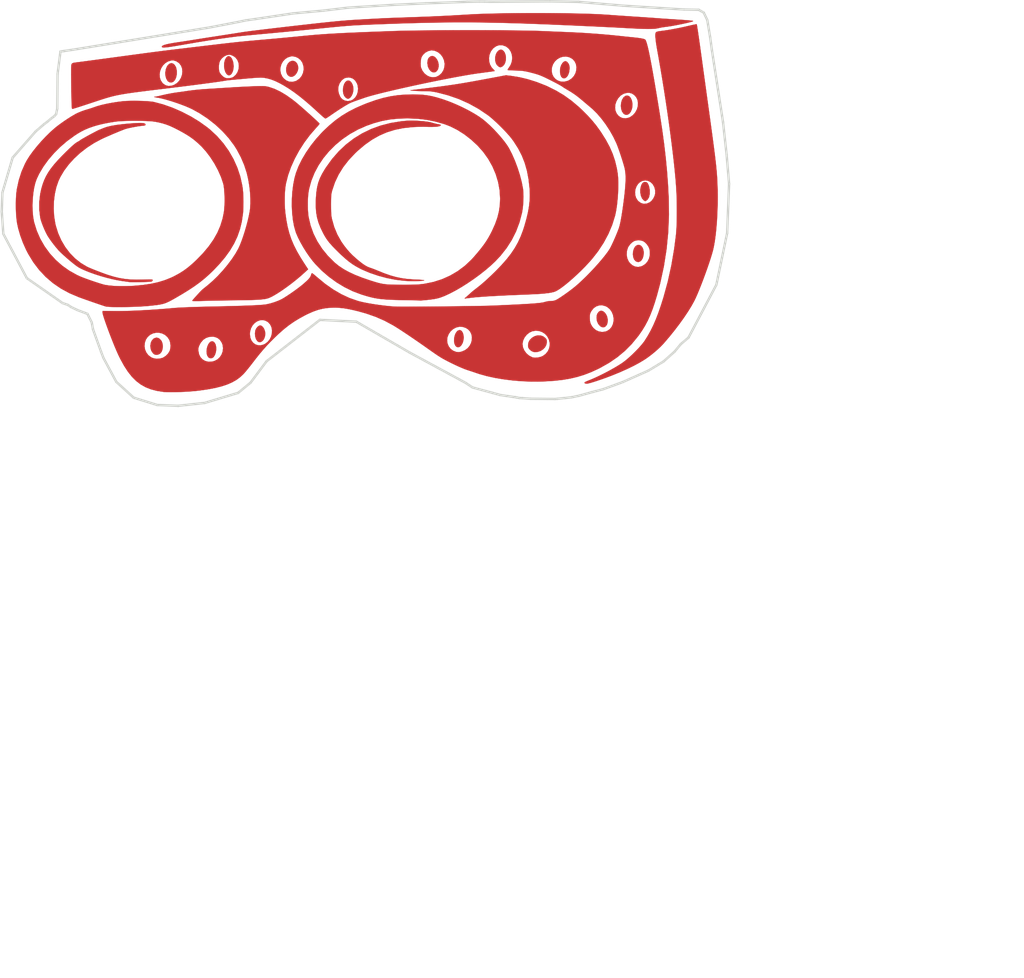
<source format=kicad_pcb>
(kicad_pcb (version 20240108) (generator "pcbnew") (generator_version "8.0")
  (layers (0 "F.Cu" signal) (31 "B.Cu" signal) (34 "B.Paste" user) (35 "F.Paste" user) (36 "B.SilkS" user "B.Silkscreen") (37 "F.SilkS" user "F.Silkscreen") (38 "B.Mask" user) (39 "F.Mask" user) (44 "Edge.Cuts" user))
  (net 0 "")
  (footprint "LOGO" (layer "F.Cu") (at 0 0)
    (property "Reference" "G***" (hide yes))
    (property "Value" "LOGO" (hide yes))
  )
  (footprint "LOGO" (layer "F.Cu") (at 0 0)
    (property "Reference" "G***" (hide yes))
    (property "Value" "LOGO" (hide yes))
    (fp_poly (pts (xy -31.562253 -26.988926) (xy -31.503591 -26.935407) (xy -31.455418 -26.856665) (xy -31.423054 -26.761254) (xy -31.411798 -26.664028) (xy -31.423221 -26.554288) (xy -31.455261 -26.459355) (xy -31.50298 -26.383768) (xy -31.561442 -26.332065) (xy -31.62571 -26.308786) (xy -31.690847 -26.318469) (xy -31.7449 -26.357791) (xy -31.799537 -26.443771) (xy -31.831959 -26.554292) (xy -31.840278 -26.676762) (xy -31.82261 -26.798591) (xy -31.814841 -26.824687) (xy -31.781462 -26.889173) (xy -31.730752 -26.948959) (xy -31.674457 -26.992595) (xy -31.626086 -27.008666) (xy -31.562253 -26.988926)) (stroke (width 0.01)) (fill solid) (layer "F.Cu"))
    (fp_poly (pts (xy -30.214881 -38.047155) (xy -30.141556 -38.008749) (xy -30.083761 -37.940222) (xy -30.046737 -37.845646) (xy -30.0355 -37.744223) (xy -30.052236 -37.647915) (xy -30.096429 -37.549185) (xy -30.159057 -37.465092) (xy -30.202672 -37.428129) (xy -30.281396 -37.389097) (xy -30.353206 -37.386391) (xy -30.419009 -37.412149) (xy -30.482033 -37.468749) (xy -30.522133 -37.55101) (xy -30.539815 -37.649336) (xy -30.535582 -37.754128) (xy -30.509942 -37.85579) (xy -30.463398 -37.944724) (xy -30.396456 -38.011332) (xy -30.387152 -38.017322) (xy -30.298494 -38.05137) (xy -30.214881 -38.047155)) (stroke (width 0.01)) (fill solid) (layer "F.Cu"))
    (fp_poly (pts (xy -24.364762 -38.232919) (xy -24.298068 -38.179299) (xy -24.240874 -38.101283) (xy -24.198848 -38.004624) (xy -24.179573 -37.914582) (xy -24.179278 -37.801324) (xy -24.203793 -37.705643) (xy -24.248378 -37.631993) (xy -24.308295 -37.584828) (xy -24.378806 -37.568602) (xy -24.455171 -37.587768) (xy -24.498153 -37.615167) (xy -24.573997 -37.700638) (xy -24.624526 -37.814178) (xy -24.646271 -37.947594) (xy -24.646805 -37.96615) (xy -24.63595 -38.081666) (xy -24.598044 -38.167716) (xy -24.530459 -38.229411) (xy -24.503974 -38.243948) (xy -24.435287 -38.256388) (xy -24.364762 -38.232919)) (stroke (width 0.01)) (fill solid) (layer "F.Cu"))
    (fp_poly (pts (xy -23.254062 -26.801755) (xy -23.205145 -26.75943) (xy -23.167266 -26.692681) (xy -23.142512 -26.607388) (xy -23.132968 -26.50943) (xy -23.14072 -26.404688) (xy -23.167854 -26.29904) (xy -23.186536 -26.253641) (xy -23.240734 -26.166018) (xy -23.302987 -26.112482) (xy -23.368132 -26.09486) (xy -23.431005 -26.114979) (xy -23.471223 -26.152906) (xy -23.513961 -26.237403) (xy -23.533338 -26.343643) (xy -23.531021 -26.460405) (xy -23.508676 -26.576473) (xy -23.467969 -26.680625) (xy -23.410566 -26.761644) (xy -23.376671 -26.789616) (xy -23.311933 -26.813777) (xy -23.254062 -26.801755)) (stroke (width 0.01)) (fill solid) (layer "F.Cu"))
    (fp_poly (pts (xy -15.798922 -30.367085) (xy -15.733355 -30.332096) (xy -15.678753 -30.26806) (xy -15.639968 -30.179354) (xy -15.621851 -30.070357) (xy -15.621118 -30.041471) (xy -15.632825 -29.915893) (xy -15.664995 -29.810417) (xy -15.713674 -29.728993) (xy -15.774906 -29.675573) (xy -15.844736 -29.654105) (xy -15.919209 -29.668541) (xy -15.965863 -29.697164) (xy -16.022942 -29.766992) (xy -16.05823 -29.862253) (xy -16.072102 -29.972313) (xy -16.064932 -30.086538) (xy -16.037092 -30.194294) (xy -15.988957 -30.284947) (xy -15.943544 -30.332409) (xy -15.870602 -30.368648) (xy -15.798922 -30.367085)) (stroke (width 0.01)) (fill solid) (layer "F.Cu"))
    (fp_poly (pts (xy -35.878949 -26.48564) (xy -35.812746 -26.443446) (xy -35.7417 -26.362934) (xy -35.7008 -26.262988) (xy -35.68703 -26.136067) (xy -35.687 -26.128837) (xy -35.701143 -26.001568) (xy -35.741642 -25.899637) (xy -35.805604 -25.82692) (xy -35.890137 -25.787294) (xy -35.946647 -25.781) (xy -36.008438 -25.78772) (xy -36.057837 -25.814031) (xy -36.10069 -25.854627) (xy -36.161648 -25.944873) (xy -36.195898 -26.051066) (xy -36.204305 -26.163686) (xy -36.187735 -26.273214) (xy -36.147055 -26.370129) (xy -36.083128 -26.444914) (xy -36.044741 -26.469998) (xy -35.958177 -26.498004) (xy -35.878949 -26.48564)) (stroke (width 0.01)) (fill solid) (layer "F.Cu"))
    (fp_poly (pts (xy -35.258237 -37.937672) (xy -35.194177 -37.885098) (xy -35.142668 -37.799161) (xy -35.123673 -37.745591) (xy -35.101543 -37.620754) (xy -35.103446 -37.492953) (xy -35.127178 -37.372292) (xy -35.170535 -37.268872) (xy -35.231312 -37.192799) (xy -35.246926 -37.180649) (xy -35.325432 -37.148492) (xy -35.404595 -37.155992) (xy -35.47441 -37.201836) (xy -35.483221 -37.211657) (xy -35.542384 -37.312401) (xy -35.574698 -37.434429) (xy -35.580357 -37.56645) (xy -35.559553 -37.697175) (xy -35.512477 -37.815316) (xy -35.471923 -37.875195) (xy -35.40249 -37.934723) (xy -35.329468 -37.954881) (xy -35.258237 -37.937672)) (stroke (width 0.01)) (fill solid) (layer "F.Cu"))
    (fp_poly (pts (xy -33.582115 -26.335731) (xy -33.523637 -26.287327) (xy -33.483386 -26.209699) (xy -33.46146 -26.11188) (xy -33.457957 -26.002902) (xy -33.472973 -25.891795) (xy -33.506607 -25.787591) (xy -33.558957 -25.699323) (xy -33.575033 -25.680747) (xy -33.63711 -25.641443) (xy -33.707753 -25.636391) (xy -33.77217 -25.666072) (xy -33.780883 -25.67405) (xy -33.827373 -25.742538) (xy -33.85328 -25.828521) (xy -33.860657 -25.925173) (xy -33.851552 -26.025665) (xy -33.828018 -26.123171) (xy -33.792106 -26.210864) (xy -33.745866 -26.281916) (xy -33.691349 -26.3295) (xy -33.630606 -26.346789) (xy -33.582115 -26.335731)) (stroke (width 0.01)) (fill solid) (layer "F.Cu"))
    (fp_poly (pts (xy -21.54179 -38.514479) (xy -21.491743 -38.485821) (xy -21.429628 -38.411936) (xy -21.389712 -38.315118) (xy -21.371505 -38.205065) (xy -21.374517 -38.091474) (xy -21.398259 -37.984042) (xy -21.44224 -37.892465) (xy -21.505971 -37.82644) (xy -21.525656 -37.814686) (xy -21.577469 -37.790312) (xy -21.613946 -37.786235) (xy -21.655024 -37.803438) (xy -21.68734 -37.822654) (xy -21.753286 -37.886032) (xy -21.797059 -37.975713) (xy -21.818693 -38.081957) (xy -21.81822 -38.195027) (xy -21.795675 -38.305183) (xy -21.751093 -38.402687) (xy -21.685055 -38.477372) (xy -21.611255 -38.516794) (xy -21.54179 -38.514479)) (stroke (width 0.01)) (fill solid) (layer "F.Cu"))
    (fp_poly (pts (xy -18.817367 -38.009704) (xy -18.763708 -37.942347) (xy -18.757417 -37.930666) (xy -18.728955 -37.865838) (xy -18.71617 -37.803386) (xy -18.715707 -37.723889) (xy -18.717204 -37.697833) (xy -18.735832 -37.573995) (xy -18.77199 -37.469901) (xy -18.821899 -37.390086) (xy -18.881779 -37.33908) (xy -18.947851 -37.321415) (xy -19.014941 -37.340805) (xy -19.0626 -37.390966) (xy -19.095223 -37.470868) (xy -19.111955 -37.570365) (xy -19.111941 -37.679313) (xy -19.094328 -37.787565) (xy -19.060432 -37.880681) (xy -19.002375 -37.971554) (xy -18.940187 -38.023733) (xy -18.877356 -38.036641) (xy -18.817367 -38.009704)) (stroke (width 0.01)) (fill solid) (layer "F.Cu"))
    (fp_poly (pts (xy -16.227825 -36.573631) (xy -16.167709 -36.509242) (xy -16.121965 -36.411432) (xy -16.118034 -36.398776) (xy -16.090744 -36.266418) (xy -16.093776 -36.141581) (xy -16.118895 -36.030658) (xy -16.163559 -35.924694) (xy -16.222813 -35.848769) (xy -16.291569 -35.805483) (xy -16.364734 -35.797436) (xy -16.437218 -35.827228) (xy -16.467299 -35.85271) (xy -16.526277 -35.939253) (xy -16.561609 -36.049811) (xy -16.573629 -36.173511) (xy -16.562673 -36.299483) (xy -16.529075 -36.416854) (xy -16.47317 -36.514754) (xy -16.446 -36.544728) (xy -16.371811 -36.593528) (xy -16.297473 -36.602444) (xy -16.227825 -36.573631)) (stroke (width 0.01)) (fill solid) (layer "F.Cu"))
    (fp_poly (pts (xy -32.908608 -38.240736) (xy -32.850724 -38.205551) (xy -32.800238 -38.134521) (xy -32.760743 -38.03396) (xy -32.741013 -37.946118) (xy -32.731165 -37.827293) (xy -32.739793 -37.716347) (xy -32.763941 -37.618178) (xy -32.800654 -37.537683) (xy -32.846974 -37.47976) (xy -32.899945 -37.449305) (xy -32.956611 -37.451216) (xy -33.014016 -37.490391) (xy -33.0153 -37.491747) (xy -33.072034 -37.578869) (xy -33.110131 -37.692297) (xy -33.128361 -37.819751) (xy -33.125497 -37.948949) (xy -33.100309 -38.067611) (xy -33.078208 -38.120632) (xy -33.032138 -38.196745) (xy -32.987185 -38.236627) (xy -32.935952 -38.245518) (xy -32.908608 -38.240736)) (stroke (width 0.01)) (fill solid) (layer "F.Cu"))
    (fp_poly (pts (xy -27.881986 -37.212661) (xy -27.823537 -37.159404) (xy -27.776694 -37.079865) (xy -27.745353 -36.981982) (xy -27.73341 -36.873695) (xy -27.73771 -36.802869) (xy -27.763519 -36.690734) (xy -27.806429 -36.594381) (xy -27.861464 -36.52112) (xy -27.923643 -36.478264) (xy -27.964252 -36.470166) (xy -28.00331 -36.483131) (xy -28.05325 -36.515069) (xy -28.062466 -36.522517) (xy -28.117512 -36.590785) (xy -28.152425 -36.680053) (xy -28.168474 -36.782446) (xy -28.166929 -36.890091) (xy -28.149059 -36.995115) (xy -28.116133 -37.089644) (xy -28.069421 -37.165804) (xy -28.010191 -37.215721) (xy -27.948146 -37.231696) (xy -27.881986 -37.212661)) (stroke (width 0.01)) (fill solid) (layer "F.Cu"))
    (fp_poly (pts (xy -17.306128 -27.592264) (xy -17.242686 -27.538939) (xy -17.188145 -27.464011) (xy -17.147641 -27.372254) (xy -17.126308 -27.268442) (xy -17.124298 -27.227003) (xy -17.131855 -27.117532) (xy -17.158124 -27.036431) (xy -17.206883 -26.972455) (xy -17.211194 -26.968366) (xy -17.279264 -26.930193) (xy -17.355084 -26.932248) (xy -17.434035 -26.974273) (xy -17.442721 -26.981332) (xy -17.521859 -27.074569) (xy -17.571923 -27.192784) (xy -17.589035 -27.322266) (xy -17.581871 -27.421526) (xy -17.555175 -27.498304) (xy -17.502585 -27.570349) (xy -17.498498 -27.574875) (xy -17.43917 -27.615006) (xy -17.373334 -27.619211) (xy -17.306128 -27.592264)) (stroke (width 0.01)) (fill solid) (layer "F.Cu"))
    (fp_poly (pts (xy -15.52547 -32.992317) (xy -15.505413 -32.985639) (xy -15.462784 -32.949329) (xy -15.424328 -32.879972) (xy -15.393688 -32.786852) (xy -15.374509 -32.679252) (xy -15.37146 -32.644387) (xy -15.372974 -32.487518) (xy -15.39995 -32.363027) (xy -15.452184 -32.271675) (xy -15.477367 -32.24685) (xy -15.526383 -32.208772) (xy -15.560612 -32.198201) (xy -15.59667 -32.214255) (xy -15.629262 -32.238789) (xy -15.690405 -32.311047) (xy -15.734785 -32.41282) (xy -15.760033 -32.533814) (xy -15.763785 -32.663736) (xy -15.750202 -32.764952) (xy -15.714122 -32.881263) (xy -15.664412 -32.958132) (xy -15.601414 -32.995253) (xy -15.52547 -32.992317)) (stroke (width 0.01)) (fill solid) (layer "F.Cu"))
    (fp_poly (pts (xy -19.925449 -26.588448) (xy -19.815072 -26.550558) (xy -19.733903 -26.490303) (xy -19.689907 -26.439779) (xy -19.669334 -26.39127) (xy -19.663869 -26.323932) (xy -19.663833 -26.314675) (xy -19.683599 -26.200231) (xy -19.738208 -26.096995) (xy -19.820622 -26.009981) (xy -19.923805 -25.944203) (xy -20.040723 -25.904678) (xy -20.164338 -25.896418) (xy -20.234996 -25.907598) (xy -20.296406 -25.935535) (xy -20.360075 -25.983472) (xy -20.377871 -26.001279) (xy -20.422917 -26.058626) (xy -20.442932 -26.113845) (xy -20.447 -26.177894) (xy -20.428236 -26.299756) (xy -20.37107 -26.405997) (xy -20.281709 -26.493426) (xy -20.16673 -26.559927) (xy -20.045322 -26.591586) (xy -19.925449 -26.588448)) (stroke (width 0.01)) (fill solid) (layer "F.Cu"))
    (fp_poly (pts (xy -25.224803 -35.554397) (xy -25.073209 -35.548473) (xy -24.919324 -35.538448) (xy -24.772262 -35.525021) (xy -24.641136 -35.508889) (xy -24.535058 -35.490751) (xy -24.468761 -35.473365) (xy -24.376607 -35.44546) (xy -24.274169 -35.420924) (xy -24.227738 -35.412231) (xy -24.14695 -35.397572) (xy -24.102622 -35.384099) (xy -24.089102 -35.368661) (xy -24.100741 -35.348112) (xy -24.104908 -35.343792) (xy -24.146199 -35.32452) (xy -24.223188 -35.309627) (xy -24.329413 -35.299627) (xy -24.458416 -35.295033) (xy -24.603737 -35.296359) (xy -24.66975 -35.298882) (xy -24.785658 -35.301618) (xy -24.927905 -35.300873) (xy -25.080664 -35.296945) (xy -25.22811 -35.290135) (xy -25.268949 -35.287573) (xy -25.645911 -35.246865) (xy -25.998743 -35.176023) (xy -26.331649 -35.073138) (xy -26.64883 -34.936301) (xy -26.95449 -34.763604) (xy -27.252829 -34.553139) (xy -27.54805 -34.302997) (xy -27.65178 -34.205373) (xy -27.925819 -33.915918) (xy -28.159213 -33.615467) (xy -28.35237 -33.303359) (xy -28.505696 -32.978937) (xy -28.619599 -32.641542) (xy -28.620999 -32.636414) (xy -28.638262 -32.568448) (xy -28.650916 -32.504323) (xy -28.659662 -32.43555) (xy -28.665199 -32.353637) (xy -28.668224 -32.250093) (xy -28.669438 -32.116428) (xy -28.669578 -32.046333) (xy -28.668649 -31.880584) (xy -28.665236 -31.74876) (xy -28.658796 -31.642499) (xy -28.648789 -31.553436) (xy -28.634674 -31.473209) (xy -28.631548 -31.458573) (xy -28.536656 -31.119144) (xy -28.405129 -30.800754) (xy -28.236614 -30.502629) (xy -28.116599 -30.331833) (xy -27.998903 -30.182526) (xy -27.885604 -30.052884) (xy -27.765258 -29.930977) (xy -27.626427 -29.804874) (xy -27.542332 -29.733011) (xy -27.389932 -29.610824) (xy -27.258399 -29.518889) (xy -27.142651 -29.454012) (xy -27.037606 -29.412996) (xy -27.029838 -29.410741) (xy -26.970595 -29.391158) (xy -26.885304 -29.359407) (xy -26.786677 -29.320342) (xy -26.712215 -29.289426) (xy -26.44465 -29.181346) (xy -26.201203 -29.095683) (xy -25.971711 -29.030022) (xy -25.746009 -28.981944) (xy -25.513932 -28.949033) (xy -25.265316 -28.928873) (xy -25.17775 -28.9246) (xy -25.01814 -28.916902) (xy -24.898707 -28.908913) (xy -24.819826 -28.900708) (xy -24.781871 -28.892358) (xy -24.785218 -28.883935) (xy -24.830241 -28.875514) (xy -24.892 -28.869206) (xy -25.161227 -28.856855) (xy -25.456135 -28.86266) (xy -25.632833 -28.874217) (xy -25.979694 -28.916827) (xy -26.337536 -28.987326) (xy -26.694378 -29.082414) (xy -27.038235 -29.198793) (xy -27.357127 -29.333161) (xy -27.432999 -29.369902) (xy -27.603158 -29.460642) (xy -27.761543 -29.558625) (xy -27.916131 -29.66982) (xy -28.0749 -29.800197) (xy -28.245827 -29.955726) (xy -28.349583 -30.055791) (xy -28.496274 -30.201689) (xy -28.616119 -30.326311) (xy -28.71428 -30.436088) (xy -28.795916 -30.53745) (xy -28.86619 -30.636829) (xy -28.930262 -30.740654) (xy -28.993294 -30.855356) (xy -28.99703 -30.862484) (xy -29.105654 -31.086508) (xy -29.188607 -31.297957) (xy -29.247792 -31.506303) (xy -29.285113 -31.721022) (xy -29.302473 -31.951585) (xy -29.301774 -32.207468) (xy -29.295287 -32.347199) (xy -29.275634 -32.582064) (xy -29.243755 -32.787552) (xy -29.196034 -32.974554) (xy -29.128857 -33.153962) (xy -29.038611 -33.33667) (xy -28.92168 -33.533569) (xy -28.880286 -33.59791) (xy -28.624695 -33.953502) (xy -28.345111 -34.274259) (xy -28.041897 -34.559974) (xy -27.715414 -34.810438) (xy -27.366022 -35.025444) (xy -26.994084 -35.204784) (xy -26.59996 -35.34825) (xy -26.184011 -35.455634) (xy -25.746599 -35.526729) (xy -25.484666 -35.551154) (xy -25.364993 -35.555524) (xy -25.224803 -35.554397)) (stroke (width 0.01)) (fill solid) (layer "F.Cu"))
    (fp_poly (pts (xy -21.156083 -37.423747) (xy -20.811234 -37.368214) (xy -20.451238 -37.28145) (xy -20.086032 -37.166324) (xy -19.725557 -37.025704) (xy -19.628407 -36.982869) (xy -19.274212 -36.806732) (xy -18.944013 -36.608404) (xy -18.629494 -36.382171) (xy -18.322341 -36.12232) (xy -18.176459 -35.985308) (xy -17.961829 -35.769625) (xy -17.774721 -35.563574) (xy -17.605756 -35.356044) (xy -17.445554 -35.135923) (xy -17.388582 -35.052) (xy -17.197949 -34.747928) (xy -17.041519 -34.455943) (xy -16.916145 -34.168201) (xy -16.818681 -33.876859) (xy -16.745981 -33.574075) (xy -16.709233 -33.358666) (xy -16.691779 -33.185576) (xy -16.683913 -32.981077) (xy -16.685051 -32.754855) (xy -16.694609 -32.516595) (xy -16.712004 -32.275982) (xy -16.736651 -32.042701) (xy -16.767967 -31.826436) (xy -16.805368 -31.636873) (xy -16.815562 -31.594942) (xy -16.934945 -31.209117) (xy -17.094839 -30.829012) (xy -17.293491 -30.457942) (xy -17.529148 -30.099223) (xy -17.768687 -29.792914) (xy -17.911774 -29.630105) (xy -18.06902 -29.462475) (xy -18.23584 -29.294108) (xy -18.407651 -29.129085) (xy -18.579869 -28.971491) (xy -18.747911 -28.825409) (xy -18.907192 -28.694921) (xy -19.053128 -28.584111) (xy -19.181137 -28.497061) (xy -19.286633 -28.437855) (xy -19.293547 -28.434634) (xy -19.370429 -28.40646) (xy -19.471666 -28.381859) (xy -19.600215 -28.360492) (xy -19.759028 -28.342018) (xy -19.951063 -28.3261) (xy -20.179274 -28.312397) (xy -20.446616 -28.300571) (xy -20.468166 -28.299756) (xy -20.898386 -28.282894) (xy -21.291429 -28.2659) (xy -21.646575 -28.248815) (xy -21.963103 -28.231683) (xy -22.24029 -28.214543) (xy -22.477416 -28.19744) (xy -22.673759 -28.180415) (xy -22.828598 -28.163509) (xy -22.848071 -28.161003) (xy -22.942473 -28.148796) (xy -23.020586 -28.139132) (xy -23.073364 -28.133103) (xy -23.091487 -28.131644) (xy -23.083239 -28.14431) (xy -23.0497 -28.176015) (xy -23.008745 -28.211019) (xy -22.942182 -28.268082) (xy -22.877754 -28.32657) (xy -22.849995 -28.353324) (xy -22.803786 -28.395188) (xy -22.735323 -28.452052) (xy -22.656618 -28.514055) (xy -22.624803 -28.538203) (xy -22.434895 -28.688126) (xy -22.231 -28.863923) (xy -22.009612 -29.068715) (xy -21.79974 -29.273209) (xy -21.553135 -29.527908) (xy -21.340469 -29.769306) (xy -21.157966 -30.003331) (xy -21.001849 -30.235913) (xy -20.868345 -30.472981) (xy -20.753677 -30.720463) (xy -20.65407 -30.984289) (xy -20.597422 -31.161324) (xy -20.513291 -31.459644) (xy -20.449775 -31.729604) (xy -20.405783 -31.979187) (xy -20.380221 -32.216378) (xy -20.371998 -32.449159) (xy -20.38002 -32.685516) (xy -20.383045 -32.728254) (xy -20.424756 -33.10918) (xy -20.490901 -33.460071) (xy -20.58361 -33.786873) (xy -20.705013 -34.095534) (xy -20.85724 -34.391999) (xy -21.04242 -34.682214) (xy -21.122668 -34.793162) (xy -21.212004 -34.904308) (xy -21.326888 -35.034322) (xy -21.459757 -35.175693) (xy -21.603051 -35.320909) (xy -21.749209 -35.462458) (xy -21.890669 -35.592827) (xy -22.019871 -35.704505) (xy -22.117068 -35.781093) (xy -22.508352 -36.045183) (xy -22.916206 -36.271864) (xy -23.34316 -36.462269) (xy -23.79175 -36.617531) (xy -24.251349 -36.735934) (xy -24.363418 -36.758266) (xy -24.467041 -36.773547) (xy -24.575639 -36.783037) (xy -24.702637 -36.787993) (xy -24.822849 -36.789521) (xy -24.926106 -36.791096) (xy -25.030289 -36.794407) (xy -25.129461 -36.799015) (xy -25.217688 -36.80448) (xy -25.289037 -36.810362) (xy -25.337573 -36.816222) (xy -25.357361 -36.82162) (xy -25.342467 -36.826117) (xy -25.331042 -36.827172) (xy -25.302824 -36.830331) (xy -25.237047 -36.838233) (xy -25.138154 -36.850329) (xy -25.010586 -36.866068) (xy -24.858786 -36.884903) (xy -24.687197 -36.906283) (xy -24.500261 -36.929659) (xy -24.359677 -36.947289) (xy -24.081602 -36.982968) (xy -23.827028 -37.017438) (xy -23.586003 -37.052267) (xy -23.348574 -37.089022) (xy -23.104789 -37.129272) (xy -22.844693 -37.174584) (xy -22.558335 -37.226526) (xy -22.396635 -37.25651) (xy -21.36775 -37.448442) (xy -21.156083 -37.423747)) (stroke (width 0.01)) (fill solid) (layer "F.Cu"))
    (fp_poly (pts (xy -13.411849 -39.580183) (xy -13.405455 -39.555479) (xy -13.393856 -39.490631) (xy -13.377322 -39.387475) (xy -13.356121 -39.247845) (xy -13.330523 -39.073575) (xy -13.300797 -38.866499) (xy -13.267211 -38.628454) (xy -13.230036 -38.361272) (xy -13.189539 -38.066789) (xy -13.185398 -38.0365) (xy -13.16223 -37.867262) (xy -13.134217 -37.66311) (xy -13.102324 -37.431062) (xy -13.067518 -37.178136) (xy -13.030766 -36.91135) (xy -12.993034 -36.637722) (xy -12.955289 -36.364271) (xy -12.918497 -36.098014) (xy -12.899708 -35.962166) (xy -12.847623 -35.584762) (xy -12.801217 -35.246166) (xy -12.760124 -34.943289) (xy -12.723976 -34.67304) (xy -12.692409 -34.432328) (xy -12.665057 -34.218063) (xy -12.641552 -34.027154) (xy -12.621531 -33.856511) (xy -12.604626 -33.703043) (xy -12.590471 -33.563659) (xy -12.578701 -33.43527) (xy -12.56895 -33.314783) (xy -12.560852 -33.19911) (xy -12.55404 -33.085158) (xy -12.550073 -33.009416) (xy -12.538438 -32.686668) (xy -12.534779 -32.354737) (xy -12.538724 -32.019569) (xy -12.549898 -31.68711) (xy -12.567928 -31.363305) (xy -12.592443 -31.054099) (xy -12.623067 -30.765437) (xy -12.659429 -30.503266) (xy -12.701155 -30.273531) (xy -12.729536 -30.150068) (xy -12.771768 -29.996859) (xy -12.827631 -29.814526) (xy -12.894523 -29.610127) (xy -12.96984 -29.390717) (xy -13.050982 -29.163355) (xy -13.135343 -28.935095) (xy -13.220324 -28.712995) (xy -13.30332 -28.504111) (xy -13.381729 -28.315501) (xy -13.452949 -28.154219) (xy -13.507439 -28.040838) (xy -13.624671 -27.827278) (xy -13.769501 -27.591678) (xy -13.937704 -27.339915) (xy -14.125057 -27.077867) (xy -14.327336 -26.811415) (xy -14.540317 -26.546436) (xy -14.759777 -26.288809) (xy -14.79463 -26.249317) (xy -14.931052 -26.107477) (xy -15.094277 -25.957212) (xy -15.272851 -25.808219) (xy -15.455319 -25.670192) (xy -15.578666 -25.585658) (xy -15.790367 -25.457328) (xy -16.037423 -25.324569) (xy -16.313477 -25.190172) (xy -16.61217 -25.056923) (xy -16.927144 -24.927614) (xy -17.252042 -24.80503) (xy -17.580505 -24.691963) (xy -17.712934 -24.649564) (xy -17.834512 -24.612729) (xy -17.923427 -24.589316) (xy -17.98679 -24.578259) (xy -18.031714 -24.578494) (xy -18.065313 -24.588952) (xy -18.076156 -24.595109) (xy -18.093155 -24.610772) (xy -18.089625 -24.627303) (xy -18.060939 -24.647796) (xy -18.002466 -24.675344) (xy -17.909579 -24.713042) (xy -17.885833 -24.722318) (xy -17.710607 -24.795403) (xy -17.514601 -24.885529) (xy -17.307177 -24.98775) (xy -17.097694 -25.097115) (xy -16.895512 -25.208678) (xy -16.709993 -25.31749) (xy -16.550496 -25.418602) (xy -16.489264 -25.460585) (xy -16.368114 -25.553352) (xy -16.233277 -25.668523) (xy -16.09216 -25.798707) (xy -15.952168 -25.93651) (xy -15.820708 -26.074542) (xy -15.705185 -26.20541) (xy -15.613006 -26.321722) (xy -15.581714 -26.366438) (xy -15.451861 -26.573381) (xy -15.331676 -26.789233) (xy -15.218762 -27.019541) (xy -15.110718 -27.269853) (xy -15.005149 -27.545718) (xy -14.899656 -27.852683) (xy -14.794241 -28.188344) (xy -14.615727 -28.839744) (xy -14.467294 -29.513862) (xy -14.348321 -30.213812) (xy -14.2736 -30.7975) (xy -14.260979 -30.944294) (xy -14.251157 -31.125719) (xy -14.244168 -31.334163) (xy -14.240046 -31.562015) (xy -14.238826 -31.801662) (xy -14.240541 -32.045493) (xy -14.245227 -32.285896) (xy -14.252917 -32.515259) (xy -14.263645 -32.72597) (xy -14.26483 -32.744833) (xy -14.286597 -33.039096) (xy -14.316424 -33.370436) (xy -14.353711 -33.73449) (xy -14.397859 -34.126897) (xy -14.44827 -34.543296) (xy -14.504344 -34.979324) (xy -14.565482 -35.430619) (xy -14.631086 -35.89282) (xy -14.700556 -36.361565) (xy -14.773293 -36.832493) (xy -14.848699 -37.30124) (xy -14.926174 -37.763446) (xy -15.005119 -38.214749) (xy -15.050068 -38.462836) (xy -15.080189 -38.635499) (xy -15.104568 -38.792836) (xy -15.12224 -38.927733) (xy -15.132239 -39.033078) (xy -15.134166 -39.082485) (xy -15.13375 -39.155402) (xy -15.128212 -39.206767) (xy -15.111119 -39.241419) (xy -15.076039 -39.264195) (xy -15.016539 -39.279935) (xy -14.926186 -39.293475) (xy -14.83897 -39.304509) (xy -14.640727 -39.333078) (xy -14.414061 -39.371863) (xy -14.170999 -39.418582) (xy -13.923564 -39.470955) (xy -13.742738 -39.51248) (xy -13.632035 -39.538172) (xy -13.536636 -39.559037) (xy -13.463732 -39.573606) (xy -13.420512 -39.580407) (xy -13.411849 -39.580183)) (stroke (width 0.01)) (fill solid) (layer "F.Cu"))
    (fp_poly (pts (xy -36.576065 -35.456829) (xy -36.496672 -35.450038) (xy -36.444003 -35.43667) (xy -36.415022 -35.416617) (xy -36.406666 -35.391451) (xy -36.413718 -35.36952) (xy -36.440807 -35.35564) (xy -36.496833 -35.346531) (xy -36.538958 -35.342702) (xy -36.635125 -35.331925) (xy -36.754408 -35.313992) (xy -36.88469 -35.2912) (xy -37.013851 -35.265847) (xy -37.129775 -35.24023) (xy -37.220342 -35.216646) (xy -37.245269 -35.208804) (xy -37.32582 -35.17933) (xy -37.436235 -35.135941) (xy -37.567861 -35.082294) (xy -37.712046 -35.022044) (xy -37.860139 -34.958845) (xy -38.003487 -34.896353) (xy -38.133439 -34.838222) (xy -38.241343 -34.788109) (xy -38.243356 -34.787147) (xy -38.556463 -34.619915) (xy -38.853643 -34.426622) (xy -39.130904 -34.211152) (xy -39.384254 -33.977392) (xy -39.609699 -33.729225) (xy -39.803248 -33.470536) (xy -39.960908 -33.205211) (xy -40.038171 -33.040769) (xy -40.128826 -32.779531) (xy -40.192993 -32.493416) (xy -40.230156 -32.190976) (xy -40.239803 -31.880761) (xy -40.22142 -31.571323) (xy -40.174492 -31.271211) (xy -40.150716 -31.167916) (xy -40.051856 -30.852279) (xy -39.919609 -30.554803) (xy -39.756534 -30.278835) (xy -39.565189 -30.027725) (xy -39.348134 -29.80482) (xy -39.107926 -29.613469) (xy -38.847124 -29.457018) (xy -38.840833 -29.453821) (xy -38.770855 -29.421347) (xy -38.669874 -29.378377) (xy -38.546846 -29.328397) (xy -38.410723 -29.274897) (xy -38.270461 -29.221367) (xy -38.135013 -29.171293) (xy -38.013333 -29.128165) (xy -37.951833 -29.107458) (xy -37.717918 -29.036915) (xy -37.496205 -28.983986) (xy -37.27607 -28.947289) (xy -37.046887 -28.92544) (xy -36.798032 -28.917057) (xy -36.518881 -28.920756) (xy -36.517791 -28.92079) (xy -36.376999 -28.924991) (xy -36.272972 -28.927283) (xy -36.200169 -28.927307) (xy -36.15305 -28.924703) (xy -36.126075 -28.91911) (xy -36.113704 -28.910169) (xy -36.110395 -28.897519) (xy -36.110333 -28.894318) (xy -36.128582 -28.85745) (xy -36.157958 -28.840284) (xy -36.19393 -28.835289) (xy -36.264052 -28.830486) (xy -36.360141 -28.826053) (xy -36.474012 -28.822167) (xy -36.597484 -28.819006) (xy -36.722372 -28.816747) (xy -36.840493 -28.815568) (xy -36.943663 -28.815646) (xy -37.0237 -28.817159) (xy -37.07242 -28.820285) (xy -37.073416 -28.82042) (xy -37.120029 -28.82688) (xy -37.197031 -28.837497) (xy -37.292872 -28.850681) (xy -37.375428 -28.862017) (xy -37.585461 -28.896936) (xy -37.813371 -28.945583) (xy -38.051287 -29.005493) (xy -38.291341 -29.074197) (xy -38.525662 -29.149229) (xy -38.74638 -29.228122) (xy -38.945626 -29.308408) (xy -39.11553 -29.38762) (xy -39.2017 -29.434534) (xy -39.272491 -29.481554) (xy -39.366497 -29.551975) (xy -39.476562 -29.639704) (xy -39.595532 -29.738649) (xy -39.716253 -29.842718) (xy -39.83157 -29.945818) (xy -39.934328 -30.041857) (xy -40.017373 -30.124743) (xy -40.03736 -30.14612) (xy -40.127076 -30.249366) (xy -40.223927 -30.369501) (xy -40.320054 -30.496009) (xy -40.407596 -30.618377) (xy -40.478691 -30.726089) (xy -40.508528 -30.776333) (xy -40.568193 -30.891684) (xy -40.629328 -31.024824) (xy -40.687489 -31.164582) (xy -40.738231 -31.299787) (xy -40.777111 -31.419268) (xy -40.798503 -31.505265) (xy -40.838121 -31.828532) (xy -40.838774 -32.159462) (xy -40.800772 -32.489925) (xy -40.752264 -32.713083) (xy -40.698516 -32.896798) (xy -40.635334 -33.067794) (xy -40.559456 -33.230979) (xy -40.467623 -33.391263) (xy -40.356574 -33.553553) (xy -40.223049 -33.722758) (xy -40.063787 -33.903786) (xy -39.875528 -34.101547) (xy -39.739072 -34.238416) (xy -39.594291 -34.379113) (xy -39.472031 -34.492704) (xy -39.373795 -34.577863) (xy -39.301083 -34.633265) (xy -39.271377 -34.651152) (xy -39.201323 -34.690072) (xy -39.138819 -34.730837) (xy -39.116 -34.748576) (xy -39.085556 -34.769077) (xy -39.026134 -34.80442) (xy -38.944602 -34.850888) (xy -38.847825 -34.904765) (xy -38.742673 -34.962335) (xy -38.636011 -35.019882) (xy -38.534707 -35.07369) (xy -38.445629 -35.120042) (xy -38.375643 -35.155222) (xy -38.331616 -35.175515) (xy -38.320603 -35.179) (xy -38.296472 -35.186914) (xy -38.244421 -35.207777) (xy -38.175179 -35.237268) (xy -38.167048 -35.240821) (xy -38.026112 -35.290966) (xy -37.845456 -35.335223) (xy -37.624431 -35.373715) (xy -37.362388 -35.406565) (xy -37.221583 -35.420389) (xy -37.004941 -35.438825) (xy -36.827165 -35.451115) (xy -36.685218 -35.457153) (xy -36.576065 -35.456829)) (stroke (width 0.01)) (fill solid) (layer "F.Cu"))
    (fp_poly (pts (xy -31.489288 -36.995263) (xy -31.420467 -36.991065) (xy -31.361128 -36.983196) (xy -31.303067 -36.971207) (xy -31.252583 -36.958495) (xy -31.025563 -36.881554) (xy -30.785035 -36.767307) (xy -30.533953 -36.617453) (xy -30.275268 -36.433689) (xy -30.110624 -36.302022) (xy -30.010703 -36.217584) (xy -29.900312 -36.122392) (xy -29.783762 -36.020355) (xy -29.665362 -35.915384) (xy -29.549424 -35.811388) (xy -29.440258 -35.712276) (xy -29.342174 -35.621959) (xy -29.259484 -35.544347) (xy -29.196497 -35.483348) (xy -29.157525 -35.442874) (xy -29.1465 -35.42755) (xy -29.160199 -35.403921) (xy -29.197011 -35.357759) (xy -29.250506 -35.296851) (xy -29.286255 -35.258249) (xy -29.544849 -34.961572) (xy -29.782339 -34.643806) (xy -29.995673 -34.310653) (xy -30.1818 -33.967816) (xy -30.33767 -33.620999) (xy -30.46023 -33.275905) (xy -30.546431 -32.938235) (xy -30.557102 -32.882791) (xy -30.579719 -32.719773) (xy -30.59465 -32.527194) (xy -30.60169 -32.317162) (xy -30.600637 -32.101783) (xy -30.591285 -31.893162) (xy -30.576504 -31.728833) (xy -30.533687 -31.415188) (xy -30.479844 -31.129951) (xy -30.41191 -30.864826) (xy -30.32682 -30.611515) (xy -30.221509 -30.361721) (xy -30.092913 -30.107148) (xy -29.937967 -29.839497) (xy -29.795342 -29.614009) (xy -29.624005 -29.351268) (xy -29.782127 -29.205407) (xy -29.945042 -29.060405) (xy -30.120156 -28.91396) (xy -30.302249 -28.769772) (xy -30.486097 -28.631539) (xy -30.666476 -28.502958) (xy -30.838164 -28.38773) (xy -30.995937 -28.289551) (xy -31.134574 -28.21212) (xy -31.24885 -28.159136) (xy -31.271777 -28.150572) (xy -31.327447 -28.133219) (xy -31.39075 -28.118325) (xy -31.46542 -28.105645) (xy -31.555193 -28.094938) (xy -31.663806 -28.085958) (xy -31.794993 -28.078464) (xy -31.952491 -28.072211) (xy -32.140035 -28.066956) (xy -32.361361 -28.062457) (xy -32.620206 -28.058469) (xy -32.7025 -28.057377) (xy -32.9173 -28.054411) (xy -33.134999 -28.051035) (xy -33.348491 -28.047384) (xy -33.550673 -28.043595) (xy -33.734439 -28.039803) (xy -33.892686 -28.036143) (xy -34.018309 -28.03275) (xy -34.054758 -28.031601) (xy -34.20738 -28.027279) (xy -34.320848 -28.025886) (xy -34.398243 -28.0275) (xy -34.442647 -28.032195) (xy -34.457143 -28.040047) (xy -34.456924 -28.041514) (xy -34.440516 -28.064083) (xy -34.40137 -28.110353) (xy -34.345884 -28.17331) (xy -34.280452 -28.245939) (xy -34.211471 -28.321227) (xy -34.145337 -28.392161) (xy -34.088446 -28.451726) (xy -34.047194 -28.492908) (xy -34.036 -28.503097) (xy -34.00687 -28.527106) (xy -33.953069 -28.570708) (xy -33.883021 -28.627096) (xy -33.825252 -28.673394) (xy -33.609501 -28.859054) (xy -33.393121 -29.069695) (xy -33.182502 -29.297691) (xy -32.984034 -29.53542) (xy -32.804106 -29.775258) (xy -32.649109 -30.009581) (xy -32.533714 -30.214341) (xy -32.468657 -30.356227) (xy -32.399934 -30.531026) (xy -32.330195 -30.729789) (xy -32.262088 -30.943569) (xy -32.198261 -31.163418) (xy -32.141363 -31.38039) (xy -32.094042 -31.585535) (xy -32.058947 -31.769908) (xy -32.045068 -31.865156) (xy -32.029351 -32.077962) (xy -32.030082 -32.318948) (xy -32.046301 -32.577708) (xy -32.077053 -32.843831) (xy -32.121377 -33.106911) (xy -32.178318 -33.356538) (xy -32.184439 -33.379512) (xy -32.289657 -33.70395) (xy -32.4285 -34.029091) (xy -32.594743 -34.34135) (xy -32.707248 -34.520151) (xy -32.935793 -34.82598) (xy -33.20047 -35.118478) (xy -33.495993 -35.393073) (xy -33.817078 -35.645191) (xy -34.158437 -35.870258) (xy -34.459764 -36.036467) (xy -34.600452 -36.101963) (xy -34.768549 -36.171574) (xy -34.954994 -36.242265) (xy -35.150726 -36.311002) (xy -35.346685 -36.374751) (xy -35.53381 -36.430478) (xy -35.703042 -36.475147) (xy -35.845318 -36.505725) (xy -35.876611 -36.510967) (xy -35.967039 -36.52641) (xy -36.024624 -36.539327) (xy -36.046778 -36.548843) (xy -36.030915 -36.554086) (xy -36.006572 -36.554833) (xy -35.966226 -36.559841) (xy -35.896482 -36.573303) (xy -35.808876 -36.592872) (xy -35.754336 -36.606118) (xy -35.555738 -36.651888) (xy -35.349362 -36.69252) (xy -35.15454 -36.724353) (xy -35.073166 -36.735149) (xy -35.010555 -36.743349) (xy -34.916942 -36.756436) (xy -34.803165 -36.772856) (xy -34.680063 -36.79106) (xy -34.628666 -36.798791) (xy -34.488295 -36.817827) (xy -34.322699 -36.836838) (xy -34.148953 -36.854058) (xy -33.984129 -36.867722) (xy -33.919583 -36.872106) (xy -33.795135 -36.879873) (xy -33.638483 -36.88969) (xy -33.459672 -36.900926) (xy -33.268746 -36.912949) (xy -33.075751 -36.925127) (xy -32.893 -36.936684) (xy -32.705478 -36.94807) (xy -32.507971 -36.959201) (xy -32.311026 -36.969543) (xy -32.125192 -36.978562) (xy -31.961018 -36.985721) (xy -31.834666 -36.990317) (xy -31.688185 -36.994441) (xy -31.575794 -36.996239) (xy -31.489288 -36.995263)) (stroke (width 0.01)) (fill solid) (layer "F.Cu"))
    (fp_poly (pts (xy -25.03182 -36.645125) (xy -24.825448 -36.632181) (xy -24.631744 -36.608009) (xy -24.439152 -36.570633) (xy -24.236115 -36.518079) (xy -24.011076 -36.448369) (xy -23.928916 -36.420892) (xy -23.686281 -36.331715) (xy -23.434985 -36.226884) (xy -23.183355 -36.110616) (xy -22.939718 -35.987131) (xy -22.712401 -35.860647) (xy -22.509733 -35.735384) (xy -22.341416 -35.616618) (xy -22.194058 -35.49525) (xy -22.036918 -35.351316) (xy -21.876291 -35.191742) (xy -21.718469 -35.023458) (xy -21.569745 -34.853392) (xy -21.436412 -34.688474) (xy -21.324763 -34.535632) (xy -21.245899 -34.410389) (xy -21.116934 -34.16006) (xy -20.994981 -33.881051) (xy -20.884156 -33.585314) (xy -20.788574 -33.284803) (xy -20.71235 -32.99147) (xy -20.659599 -32.717266) (xy -20.657037 -32.700092) (xy -20.643595 -32.555943) (xy -20.639663 -32.383821) (xy -20.644661 -32.196865) (xy -20.658008 -32.008214) (xy -20.679122 -31.831007) (xy -20.700929 -31.707666) (xy -20.805088 -31.311402) (xy -20.946301 -30.934901) (xy -21.125061 -30.57727) (xy -21.341858 -30.237616) (xy -21.597182 -29.915046) (xy -21.811785 -29.68625) (xy -22.008962 -29.500827) (xy -22.229862 -29.312309) (xy -22.468561 -29.124603) (xy -22.719136 -28.941619) (xy -22.975664 -28.767265) (xy -23.232221 -28.60545) (xy -23.482883 -28.460081) (xy -23.721728 -28.335069) (xy -23.942831 -28.234321) (xy -24.104804 -28.173202) (xy -24.231473 -28.137217) (xy -24.378368 -28.108119) (xy -24.555312 -28.08405) (xy -24.603695 -28.078779) (xy -24.714727 -28.067507) (xy -24.810399 -28.058445) (xy -24.883017 -28.052269) (xy -24.924888 -28.049658) (xy -24.931778 -28.049862) (xy -24.955268 -28.051172) (xy -25.016218 -28.053105) (xy -25.109762 -28.055544) (xy -25.231033 -28.058377) (xy -25.375165 -28.061488) (xy -25.537291 -28.064765) (xy -25.696333 -28.067793) (xy -25.951663 -28.073475) (xy -26.17134 -28.080946) (xy -26.362034 -28.091125) (xy -26.530417 -28.104932) (xy -26.683159 -28.123288) (xy -26.826931 -28.147114) (xy -26.968405 -28.177329) (xy -27.114251 -28.214854) (xy -27.27114 -28.260609) (xy -27.410833 -28.304315) (xy -27.759635 -28.436073) (xy -28.105117 -28.605889) (xy -28.4412 -28.809573) (xy -28.761806 -29.04294) (xy -29.060858 -29.301802) (xy -29.332277 -29.581971) (xy -29.426878 -29.693117) (xy -29.561088 -29.867829) (xy -29.6951 -30.062483) (xy -29.823435 -30.267729) (xy -29.940618 -30.474214) (xy -30.041171 -30.672587) (xy -30.119617 -30.853497) (xy -30.141867 -30.913916) (xy -30.20745 -31.145586) (xy -30.255884 -31.407721) (xy -30.287211 -31.692101) (xy -30.301473 -31.990505) (xy -30.301005 -32.04208) (xy -29.639412 -32.04208) (xy -29.633913 -31.837715) (xy -29.619451 -31.649216) (xy -29.60287 -31.52775) (xy -29.521489 -31.177246) (xy -29.400056 -30.839789) (xy -29.239053 -30.516228) (xy -29.038967 -30.207411) (xy -28.800282 -29.914186) (xy -28.523482 -29.637402) (xy -28.522698 -29.636691) (xy -28.349658 -29.495099) (xy -28.151634 -29.362417) (xy -27.925243 -29.236951) (xy -27.667101 -29.117007) (xy -27.373826 -29.000889) (xy -27.042035 -28.886905) (xy -26.996623 -28.872385) (xy -26.853467 -28.827681) (xy -26.73045 -28.791703) (xy -26.62025 -28.763495) (xy -26.515547 -28.7421) (xy -26.40902 -28.726564) (xy -26.293349 -28.715929) (xy -26.161213 -28.70924) (xy -26.005291 -28.705541) (xy -25.818263 -28.703876) (xy -25.703321 -28.703489) (xy -25.507417 -28.703446) (xy -25.346599 -28.704543) (xy -25.21363 -28.70711) (xy -25.101269 -28.711475) (xy -25.002279 -28.717967) (xy -24.909421 -28.726915) (xy -24.815455 -28.738649) (xy -24.761405 -28.746303) (xy -24.392615 -28.82107) (xy -24.037684 -28.934874) (xy -23.699435 -29.086189) (xy -23.380688 -29.273488) (xy -23.084265 -29.495247) (xy -22.812988 -29.749939) (xy -22.722416 -29.848953) (xy -22.555923 -30.04202) (xy -22.415443 -30.213532) (xy -22.295933 -30.370701) (xy -22.192349 -30.520741) (xy -22.099647 -30.670863) (xy -22.012784 -30.828279) (xy -21.94805 -30.95625) (xy -21.820482 -31.240356) (xy -21.725234 -31.508892) (xy -21.660082 -31.77076) (xy -21.622802 -32.034861) (xy -21.611166 -32.304638) (xy -21.632051 -32.647264) (xy -21.693617 -32.987414) (xy -21.794237 -33.321261) (xy -21.932279 -33.644982) (xy -22.106116 -33.954748) (xy -22.314116 -34.246734) (xy -22.552582 -34.515027) (xy -22.823121 -34.76557) (xy -23.106756 -34.985153) (xy -23.398951 -35.170832) (xy -23.695174 -35.319665) (xy -23.930758 -35.409815) (xy -24.305571 -35.517518) (xy -24.679045 -35.592761) (xy -25.062284 -35.63728) (xy -25.466394 -35.652811) (xy -25.484666 -35.652856) (xy -25.86 -35.641564) (xy -26.21062 -35.605554) (xy -26.547533 -35.542824) (xy -26.881746 -35.451373) (xy -27.188865 -35.343036) (xy -27.546347 -35.184956) (xy -27.883867 -34.996412) (xy -28.199061 -34.780082) (xy -28.489566 -34.538647) (xy -28.753017 -34.274787) (xy -28.987049 -33.991182) (xy -29.1893 -33.690512) (xy -29.357404 -33.375457) (xy -29.488998 -33.048697) (xy -29.581716 -32.712912) (xy -29.602223 -32.60725) (xy -29.623559 -32.441159) (xy -29.635958 -32.247998) (xy -29.639412 -32.04208) (xy -30.301005 -32.04208) (xy -30.298709 -32.294713) (xy -30.278963 -32.596504) (xy -30.242274 -32.887657) (xy -30.188684 -33.159952) (xy -30.129543 -33.371452) (xy -30.022047 -33.64995) (xy -29.879556 -33.938441) (xy -29.706158 -34.230654) (xy -29.505942 -34.520316) (xy -29.282996 -34.801153) (xy -29.04141 -35.066893) (xy -28.991698 -35.117196) (xy -28.734558 -35.360143) (xy -28.478099 -35.573339) (xy -28.214365 -35.761853) (xy -27.9354 -35.930753) (xy -27.633249 -36.085108) (xy -27.299954 -36.229987) (xy -27.156833 -36.286153) (xy -26.818773 -36.40655) (xy -26.501233 -36.50026) (xy -26.193625 -36.569309) (xy -25.885364 -36.615725) (xy -25.565862 -36.641534) (xy -25.262416 -36.648815) (xy -25.03182 -36.645125)) (stroke (width 0.01)) (fill solid) (layer "F.Cu"))
    (fp_poly (pts (xy -19.82329 -40.044013) (xy -19.432473 -40.041831) (xy -19.049841 -40.037927) (xy -18.680065 -40.03231) (xy -18.327815 -40.024988) (xy -17.997764 -40.015969) (xy -17.69458 -40.005262) (xy -17.422937 -39.992876) (xy -17.187503 -39.978818) (xy -17.123833 -39.974216) (xy -16.99206 -39.964484) (xy -16.828213 -39.952788) (xy -16.64247 -39.93983) (xy -16.445007 -39.926312) (xy -16.246 -39.912937) (xy -16.055625 -39.900408) (xy -16.044333 -39.899675) (xy -15.865139 -39.887929) (xy -15.68593 -39.875963) (xy -15.514783 -39.864333) (xy -15.359773 -39.853594) (xy -15.228976 -39.844301) (xy -15.130467 -39.837008) (xy -15.113 -39.835655) (xy -15.011935 -39.828066) (xy -14.879219 -39.818609) (xy -14.725455 -39.808011) (xy -14.561244 -39.796997) (xy -14.39719 -39.786297) (xy -14.342838 -39.782828) (xy -14.131702 -39.769214) (xy -13.959532 -39.757554) (xy -13.823021 -39.747532) (xy -13.718863 -39.738829) (xy -13.643752 -39.731128) (xy -13.594381 -39.724113) (xy -13.567443 -39.717466) (xy -13.559632 -39.71087) (xy -13.561449 -39.707859) (xy -13.592253 -39.694272) (xy -13.658058 -39.674908) (xy -13.752144 -39.651166) (xy -13.867793 -39.624447) (xy -13.998284 -39.596149) (xy -14.136899 -39.567673) (xy -14.276918 -39.540418) (xy -14.411621 -39.515784) (xy -14.534289 -39.49517) (xy -14.638202 -39.479977) (xy -14.679083 -39.475059) (xy -14.787264 -39.461023) (xy -14.896154 -39.443062) (xy -14.988072 -39.424226) (xy -15.01775 -39.416679) (xy -15.08847 -39.402221) (xy -15.183018 -39.39215) (xy -15.304048 -39.386476) (xy -15.454217 -39.385209) (xy -15.636181 -39.388362) (xy -15.852596 -39.395944) (xy -16.106116 -39.407968) (xy -16.361833 -39.422219) (xy -16.508352 -39.430462) (xy -16.692094 -39.440192) (xy -16.907984 -39.451173) (xy -17.150948 -39.46317) (xy -17.41591 -39.475949) (xy -17.697795 -39.489274) (xy -17.991529 -39.50291) (xy -18.292035 -39.516623) (xy -18.59424 -39.530178) (xy -18.893068 -39.543339) (xy -19.183444 -39.555871) (xy -19.460294 -39.56754) (xy -19.718541 -39.57811) (xy -19.790833 -39.581) (xy -20.375063 -39.603135) (xy -20.925975 -39.621626) (xy -21.449778 -39.636472) (xy -21.952683 -39.647673) (xy -22.440901 -39.655227) (xy -22.920642 -39.659136) (xy -23.398117 -39.659398) (xy -23.879535 -39.656014) (xy -24.371109 -39.648983) (xy -24.879047 -39.638305) (xy -25.409561 -39.623979) (xy -25.968861 -39.606006) (xy -26.563158 -39.584385) (xy -26.659416 -39.580683) (xy -26.89258 -39.571591) (xy -27.097813 -39.563323) (xy -27.280466 -39.555486) (xy -27.445887 -39.547687) (xy -27.599427 -39.539534) (xy -27.746433 -39.530633) (xy -27.892257 -39.520591) (xy -28.042246 -39.509015) (xy -28.201751 -39.495512) (xy -28.376121 -39.47969) (xy -28.570705 -39.461155) (xy -28.790852 -39.439513) (xy -29.041913 -39.414373) (xy -29.329235 -39.385342) (xy -29.358166 -39.382412) (xy -29.589591 -39.359225) (xy -29.85256 -39.333305) (xy -30.136452 -39.305674) (xy -30.430645 -39.277353) (xy -30.724517 -39.249362) (xy -31.007446 -39.222721) (xy -31.26881 -39.198453) (xy -31.347833 -39.191202) (xy -31.561557 -39.171541) (xy -31.768473 -39.152289) (xy -31.963547 -39.133929) (xy -32.141747 -39.116944) (xy -32.298037 -39.101817) (xy -32.427387 -39.089031) (xy -32.524762 -39.079071) (xy -32.585129 -39.072419) (xy -32.586083 -39.072304) (xy -32.962544 -39.023917) (xy -33.370962 -38.96628) (xy -33.802314 -38.900761) (xy -34.247576 -38.828729) (xy -34.674492 -38.755643) (xy -34.914774 -38.713785) (xy -35.116604 -38.679581) (xy -35.283092 -38.652633) (xy -35.417348 -38.63254) (xy -35.52248 -38.618904) (xy -35.601598 -38.611326) (xy -35.657812 -38.609408) (xy -35.69423 -38.61275) (xy -35.713961 -38.620953) (xy -35.715222 -38.622111) (xy -35.726629 -38.651629) (xy -35.700867 -38.68102) (xy -35.637002 -38.710583) (xy -35.534104 -38.740614) (xy -35.39124 -38.771414) (xy -35.207479 -38.803281) (xy -35.097262 -38.820106) (xy -34.946059 -38.842597) (xy -34.790498 -38.866189) (xy -34.642242 -38.889081) (xy -34.512955 -38.909475) (xy -34.417 -38.925115) (xy -34.337787 -38.93809) (xy -34.223567 -38.956386) (xy -34.08118 -38.978928) (xy -33.917466 -39.00464) (xy -33.739264 -39.032449) (xy -33.553415 -39.061277) (xy -33.411583 -39.083159) (xy -33.219494 -39.112784) (xy -33.025485 -39.142824) (xy -32.837279 -39.172073) (xy -32.662596 -39.199328) (xy -32.509158 -39.223385) (xy -32.384687 -39.243041) (xy -32.3215 -39.253123) (xy -32.250431 -39.263543) (xy -32.141044 -39.278225) (xy -31.997092 -39.296716) (xy -31.822327 -39.318561) (xy -31.620501 -39.343306) (xy -31.395367 -39.370497) (xy -31.150676 -39.399679) (xy -30.890182 -39.430399) (xy -30.617635 -39.462203) (xy -30.336789 -39.494636) (xy -30.141333 -39.517006) (xy -29.793909 -39.556474) (xy -29.48457 -39.591259) (xy -29.209374 -39.621746) (xy -28.964377 -39.648318) (xy -28.745636 -39.671358) (xy -28.549208 -39.69125) (xy -28.371149 -39.708377) (xy -28.207516 -39.723123) (xy -28.054366 -39.735872) (xy -27.907756 -39.747007) (xy -27.763742 -39.756911) (xy -27.61838 -39.765968) (xy -27.52725 -39.771247) (xy -27.282274 -39.785071) (xy -27.072878 -39.796801) (xy -26.892376 -39.806743) (xy -26.734082 -39.815204) (xy -26.591309 -39.822492) (xy -26.457373 -39.828913) (xy -26.325588 -39.834774) (xy -26.189268 -39.840382) (xy -26.041726 -39.846044) (xy -25.876278 -39.852068) (xy -25.686238 -39.858759) (xy -25.464919 -39.866426) (xy -25.421166 -39.867936) (xy -25.080293 -39.879957) (xy -24.773638 -39.891387) (xy -24.493093 -39.902606) (xy -24.230556 -39.913997) (xy -23.977921 -39.925941) (xy -23.727082 -39.938819) (xy -23.469935 -39.953012) (xy -23.198374 -39.968902) (xy -22.938279 -39.984762) (xy -22.683986 -39.998459) (xy -22.395839 -40.010358) (xy -22.078511 -40.020468) (xy -21.736672 -40.028796) (xy -21.374992 -40.035351) (xy -20.998144 -40.040141) (xy -20.610797 -40.043176) (xy -20.217622 -40.044464) (xy -19.82329 -40.044013)) (stroke (width 0.01)) (fill solid) (layer "F.Cu"))
    (fp_poly (pts (xy -36.698476 -36.380276) (xy -36.524962 -36.375041) (xy -36.36231 -36.366798) (xy -36.219207 -36.355778) (xy -36.10434 -36.34221) (xy -36.05137 -36.332676) (xy -35.669877 -36.231101) (xy -35.281801 -36.094273) (xy -34.895772 -35.926445) (xy -34.520421 -35.731868) (xy -34.164378 -35.514795) (xy -33.836275 -35.279478) (xy -33.715683 -35.181943) (xy -33.424509 -34.911147) (xy -33.163028 -34.61321) (xy -32.933203 -34.291669) (xy -32.736999 -33.950061) (xy -32.576381 -33.591924) (xy -32.453312 -33.220795) (xy -32.369756 -32.840212) (xy -32.353102 -32.727874) (xy -32.336922 -32.564305) (xy -32.326781 -32.373057) (xy -32.322812 -32.16837) (xy -32.325152 -31.964484) (xy -32.333936 -31.775641) (xy -32.343046 -31.668829) (xy -32.392261 -31.33598) (xy -32.469078 -31.019903) (xy -32.57549 -30.716786) (xy -32.713491 -30.422813) (xy -32.885075 -30.134171) (xy -33.092235 -29.847046) (xy -33.336964 -29.557623) (xy -33.579115 -29.303858) (xy -33.762552 -29.127326) (xy -33.946676 -28.964548) (xy -34.138421 -28.81036) (xy -34.344722 -28.6596) (xy -34.572514 -28.507104) (xy -34.828733 -28.347707) (xy -34.999083 -28.246556) (xy -35.165363 -28.149656) (xy -35.302965 -28.071661) (xy -35.419694 -28.010006) (xy -35.523356 -27.962125) (xy -35.621756 -27.925453) (xy -35.722702 -27.897424) (xy -35.833998 -27.875472) (xy -35.96345 -27.857033) (xy -36.118865 -27.839541) (xy -36.29025 -27.822202) (xy -36.429097 -27.810419) (xy -36.5893 -27.800254) (xy -36.764987 -27.791775) (xy -36.950284 -27.785053) (xy -37.139319 -27.780157) (xy -37.326218 -27.777158) (xy -37.505109 -27.776124) (xy -37.670117 -27.777126) (xy -37.815371 -27.780233) (xy -37.934997 -27.785515) (xy -38.023122 -27.793042) (xy -38.06825 -27.801078) (xy -38.123024 -27.818076) (xy -38.21053 -27.846865) (xy -38.323642 -27.884977) (xy -38.455231 -27.929944) (xy -38.598171 -27.979298) (xy -38.745334 -28.030572) (xy -38.889593 -28.081297) (xy -39.02382 -28.129006) (xy -39.140889 -28.171231) (xy -39.200666 -28.19318) (xy -39.58678 -28.357183) (xy -39.944236 -28.552342) (xy -40.273021 -28.778648) (xy -40.573127 -29.03609) (xy -40.844541 -29.324659) (xy -41.087254 -29.644345) (xy -41.301253 -29.995139) (xy -41.391987 -30.17091) (xy -41.521979 -30.462748) (xy -41.631922 -30.762444) (xy -41.717518 -31.057244) (xy -41.764945 -31.277428) (xy -41.788745 -31.449679) (xy -41.805309 -31.650974) (xy -41.814548 -31.869606) (xy -41.815793 -32.02257) (xy -41.123893 -32.02257) (xy -41.118527 -31.781312) (xy -41.098566 -31.553815) (xy -41.063481 -31.349169) (xy -41.055232 -31.314308) (xy -40.946081 -30.961423) (xy -40.799215 -30.625016) (xy -40.616971 -30.307853) (xy -40.401686 -30.0127) (xy -40.155696 -29.742323) (xy -39.881338 -29.499488) (xy -39.580948 -29.286961) (xy -39.256864 -29.107509) (xy -39.148973 -29.057714) (xy -39.054733 -29.018703) (xy -38.934572 -28.972645) (xy -38.797016 -28.922445) (xy -38.650586 -28.87101) (xy -38.503809 -28.821248) (xy -38.365206 -28.776065) (xy -38.243303 -28.738368) (xy -38.146623 -28.711064) (xy -38.1 -28.699991) (xy -37.928754 -28.673256) (xy -37.723951 -28.655067) (xy -37.493548 -28.645683) (xy -37.245502 -28.645359) (xy -36.987769 -28.654353) (xy -36.882916 -28.660674) (xy -36.517135 -28.694241) (xy -36.185564 -28.743667) (xy -35.882657 -28.810265) (xy -35.602869 -28.895349) (xy -35.340655 -29.000233) (xy -35.231916 -29.051751) (xy -35.020729 -29.164467) (xy -34.826386 -29.286078) (xy -34.638884 -29.423831) (xy -34.448217 -29.584974) (xy -34.283097 -29.739062) (xy -34.005284 -30.025397) (xy -33.767817 -30.309108) (xy -33.569062 -30.593041) (xy -33.407388 -30.880042) (xy -33.281161 -31.172955) (xy -33.188748 -31.474625) (xy -33.135861 -31.738147) (xy -33.120187 -31.873491) (xy -33.110526 -32.032204) (xy -33.106661 -32.204705) (xy -33.108375 -32.381411) (xy -33.115452 -32.552741) (xy -33.127675 -32.709112) (xy -33.144827 -32.840944) (xy -33.16269 -32.924997) (xy -33.255142 -33.200762) (xy -33.380249 -33.484246) (xy -33.532194 -33.765494) (xy -33.705166 -34.034554) (xy -33.893347 -34.281471) (xy -34.066385 -34.472009) (xy -34.23787 -34.635806) (xy -34.402997 -34.774338) (xy -34.576018 -34.898392) (xy -34.771182 -35.018756) (xy -34.841194 -35.058566) (xy -35.045824 -35.170353) (xy -35.223931 -35.2611) (xy -35.383698 -35.334008) (xy -35.533307 -35.392279) (xy -35.68094 -35.439116) (xy -35.834781 -35.477719) (xy -35.993916 -35.509643) (xy -36.103386 -35.524403) (xy -36.247086 -35.536025) (xy -36.417033 -35.544501) (xy -36.605241 -35.549825) (xy -36.803723 -35.551988) (xy -37.004494 -35.550984) (xy -37.199569 -35.546806) (xy -37.380962 -35.539445) (xy -37.540688 -35.528896) (xy -37.670759 -35.515149) (xy -37.697833 -35.511193) (xy -37.93689 -35.471255) (xy -38.143178 -35.431221) (xy -38.326212 -35.388952) (xy -38.495506 -35.34231) (xy -38.610567 -35.306035) (xy -38.790025 -35.242235) (xy -38.94843 -35.17505) (xy -39.099987 -35.097433) (xy -39.258904 -35.002337) (xy -39.37232 -34.928186) (xy -39.677858 -34.704945) (xy -39.964952 -34.458565) (xy -40.229481 -34.193775) (xy -40.467326 -33.915302) (xy -40.674367 -33.627875) (xy -40.846483 -33.336223) (xy -40.950307 -33.117234) (xy -41.009983 -32.943478) (xy -41.057709 -32.738045) (xy -41.092955 -32.510025) (xy -41.115193 -32.268504) (xy -41.123893 -32.02257) (xy -41.815793 -32.02257) (xy -41.816374 -32.093869) (xy -41.810699 -32.312057) (xy -41.797434 -32.512465) (xy -41.776491 -32.683385) (xy -41.775593 -32.688842) (xy -41.69392 -33.068506) (xy -41.579223 -33.426761) (xy -41.432673 -33.760213) (xy -41.357334 -33.900069) (xy -41.244244 -34.079707) (xy -41.102771 -34.275617) (xy -40.939539 -34.480269) (xy -40.761174 -34.686133) (xy -40.5743 -34.885679) (xy -40.385543 -35.071378) (xy -40.201527 -35.2357) (xy -40.132 -35.292746) (xy -39.982062 -35.4072) (xy -39.814539 -35.526381) (xy -39.641323 -35.642363) (xy -39.474304 -35.747215) (xy -39.325375 -35.83301) (xy -39.3065 -35.843126) (xy -39.205601 -35.891035) (xy -39.082818 -35.941153) (xy -38.957447 -35.985884) (xy -38.893927 -36.005568) (xy -38.788226 -36.037028) (xy -38.686223 -36.069093) (xy -38.601524 -36.097399) (xy -38.5586 -36.113118) (xy -38.417717 -36.16133) (xy -38.243516 -36.209165) (xy -38.044986 -36.254773) (xy -37.831118 -36.296304) (xy -37.6109 -36.331906) (xy -37.393322 -36.359731) (xy -37.327416 -36.366527) (xy -37.197322 -36.375629) (xy -37.043343 -36.3808) (xy -36.874165 -36.382273) (xy -36.698476 -36.380276)) (stroke (width 0.01)) (fill solid) (layer "F.Cu"))
    (fp_poly (pts (xy -22.483841 -39.328645) (xy -22.114932 -39.327575) (xy -21.756093 -39.325829) (xy -21.411458 -39.323409) (xy -21.08516 -39.320314) (xy -20.781331 -39.316544) (xy -20.504105 -39.312099) (xy -20.257615 -39.306979) (xy -20.045995 -39.301184) (xy -19.903832 -39.29603) (xy -19.698709 -39.287472) (xy -19.480766 -39.278372) (xy -19.260193 -39.269157) (xy -19.047182 -39.260253) (xy -18.851924 -39.252086) (xy -18.684609 -39.24508) (xy -18.626666 -39.242652) (xy -18.309983 -39.227112) (xy -17.968738 -39.206322) (xy -17.616658 -39.181313) (xy -17.267468 -39.153119) (xy -16.934895 -39.122773) (xy -16.66875 -39.095315) (xy -16.524743 -39.079693) (xy -16.375074 -39.063824) (xy -16.233014 -39.04909) (xy -16.111831 -39.036874) (xy -16.054916 -39.031353) (xy -15.890077 -39.013469) (xy -15.753963 -38.994011) (xy -15.650395 -38.973675) (xy -15.58319 -38.953154) (xy -15.562859 -38.941836) (xy -15.541205 -38.911988) (xy -15.516656 -38.854584) (xy -15.488987 -38.768484) (xy -15.457975 -38.652547) (xy -15.423397 -38.505631) (xy -15.385028 -38.326594) (xy -15.342644 -38.114296) (xy -15.296023 -37.867595) (xy -15.244939 -37.58535) (xy -15.18917 -37.26642) (xy -15.128492 -36.909662) (xy -15.062681 -36.513937) (xy -14.991513 -36.078102) (xy -14.945469 -35.792651) (xy -14.849711 -35.165822) (xy -14.76906 -34.569742) (xy -14.702619 -33.995968) (xy -14.649489 -33.436058) (xy -14.608773 -32.88157) (xy -14.58164 -32.372027) (xy -14.569568 -31.63616) (xy -14.598634 -30.909326) (xy -14.669051 -30.189723) (xy -14.781034 -29.475548) (xy -14.934796 -28.765) (xy -15.06999 -28.259841) (xy -15.163611 -27.950927) (xy -15.256486 -27.677498) (xy -15.351701 -27.432877) (xy -15.452345 -27.210389) (xy -15.561503 -27.003359) (xy -15.682264 -26.805111) (xy -15.817714 -26.608971) (xy -15.859748 -26.552111) (xy -16.120849 -26.234021) (xy -16.405444 -25.946414) (xy -16.716936 -25.686517) (xy -17.05873 -25.451562) (xy -17.434231 -25.238776) (xy -17.536583 -25.187339) (xy -17.819309 -25.058251) (xy -18.100881 -24.950057) (xy -18.387669 -24.861375) (xy -18.686042 -24.790822) (xy -19.002373 -24.737016) (xy -19.343031 -24.698574) (xy -19.714386 -24.674114) (xy -19.939 -24.665985) (xy -20.319047 -24.664735) (xy -20.705442 -24.680511) (xy -21.090896 -24.712329) (xy -21.468123 -24.759207) (xy -21.829834 -24.820162) (xy -22.168743 -24.894212) (xy -22.47756 -24.980373) (xy -22.616583 -25.027036) (xy -22.70272 -25.056882) (xy -22.811999 -25.0934) (xy -22.927092 -25.130841) (xy -22.987 -25.149874) (xy -23.080712 -25.183219) (xy -23.202663 -25.232491) (xy -23.343723 -25.293727) (xy -23.49476 -25.362967) (xy -23.643166 -25.434527) (xy -23.781615 -25.503899) (xy -23.900168 -25.565731) (xy -24.007022 -25.625024) (xy -24.110373 -25.686778) (xy -24.21842 -25.755997) (xy -24.339358 -25.837679) (xy -24.481384 -25.936828) (xy -24.5745 -26.002778) (xy -24.811055 -26.169742) (xy -25.043356 -26.331532) (xy -25.109144 -26.376732) (xy -23.825813 -26.376732) (xy -23.806114 -26.24735) (xy -23.755407 -26.129224) (xy -23.676879 -26.028331) (xy -23.573719 -25.950648) (xy -23.449115 -25.902151) (xy -23.355967 -25.889) (xy -23.310686 -25.893641) (xy -23.244307 -25.907881) (xy -23.205972 -25.918375) (xy -23.073885 -25.975657) (xy -22.965385 -26.058264) (xy -22.881457 -26.160231) (xy -22.848431 -26.2255) (xy -20.679833 -26.2255) (xy -20.659689 -26.089839) (xy -20.603214 -25.959595) (xy -20.516346 -25.842529) (xy -20.405025 -25.7464) (xy -20.275188 -25.678966) (xy -20.256637 -25.672507) (xy -20.164593 -25.658193) (xy -20.053051 -25.66419) (xy -19.938341 -25.688259) (xy -19.836794 -25.728161) (xy -19.831962 -25.730744) (xy -19.71008 -25.819772) (xy -19.618394 -25.934677) (xy -19.560439 -26.068797) (xy -19.539746 -26.21547) (xy -19.542704 -26.276265) (xy -19.577413 -26.424139) (xy -19.645455 -26.552131) (xy -19.74117 -26.65641) (xy -19.8589 -26.733147) (xy -19.992984 -26.778509) (xy -20.137765 -26.788667) (xy -20.266648 -26.766287) (xy -20.390768 -26.709907) (xy -20.50071 -26.621567) (xy -20.589827 -26.509964) (xy -20.651474 -26.383796) (xy -20.679006 -26.251761) (xy -20.679833 -26.2255) (xy -22.848431 -26.2255) (xy -22.823085 -26.275589) (xy -22.791251 -26.398373) (xy -22.786941 -26.522615) (xy -22.811137 -26.64235) (xy -22.864823 -26.75161) (xy -22.948983 -26.844429) (xy -23.043306 -26.905013) (xy -23.178453 -26.949171) (xy -23.316194 -26.954181) (xy -23.450305 -26.9223) (xy -23.574561 -26.855785) (xy -23.68274 -26.756892) (xy -23.759431 -26.645359) (xy -23.811315 -26.511394) (xy -23.825813 -26.376732) (xy -25.109144 -26.376732) (xy -25.267033 -26.485209) (xy -25.477715 -26.627834) (xy -25.671031 -26.756468) (xy -25.842609 -26.868171) (xy -25.988081 -26.960004) (xy -26.083835 -27.01784) (xy -26.433935 -27.205575) (xy -26.720475 -27.33147) (xy -17.874219 -27.33147) (xy -17.874145 -27.315583) (xy -17.864215 -27.180463) (xy -17.832546 -27.069136) (xy -17.773337 -26.966179) (xy -17.715927 -26.894831) (xy -17.613108 -26.808171) (xy -17.490255 -26.753502) (xy -17.357252 -26.732956) (xy -17.223983 -26.748666) (xy -17.154086 -26.773564) (xy -17.044143 -26.844605) (xy -16.961864 -26.940808) (xy -16.906881 -27.055612) (xy -16.878827 -27.182456) (xy -16.877334 -27.314779) (xy -16.902034 -27.44602) (xy -16.952559 -27.569617) (xy -17.028543 -27.679011) (xy -17.129617 -27.76764) (xy -17.212307 -27.81262) (xy -17.346689 -27.849355) (xy -17.478651 -27.846002) (xy -17.60226 -27.804659) (xy -17.711585 -27.727426) (xy -17.800693 -27.6164) (xy -17.809504 -27.601333) (xy -17.843577 -27.536207) (xy -17.863249 -27.480446) (xy -17.872228 -27.417663) (xy -17.874219 -27.33147) (xy -26.720475 -27.33147) (xy -26.799039 -27.365988) (xy -27.187439 -27.502412) (xy -27.52725 -27.59824) (xy -27.758086 -27.654178) (xy -27.958392 -27.696078) (xy -28.137079 -27.725283) (xy -28.303058 -27.743138) (xy -28.465237 -27.750987) (xy -28.543954 -27.751597) (xy -28.77625 -27.741717) (xy -28.993098 -27.712312) (xy -29.204661 -27.660707) (xy -29.421104 -27.584231) (xy -29.652593 -27.480209) (xy -29.737034 -27.437834) (xy -29.984399 -27.303998) (xy -30.209679 -27.166462) (xy -30.422182 -27.018414) (xy -30.631221 -26.853039) (xy -30.846107 -26.663522) (xy -31.017013 -26.501149) (xy -31.189902 -26.329003) (xy -31.347081 -26.164095) (xy -31.496505 -25.997329) (xy -31.646133 -25.819605) (xy -31.803921 -25.621827) (xy -31.934187 -25.452514) (xy -32.023269 -25.337195) (xy -32.113984 -25.223102) (xy -32.199532 -25.118551) (xy -32.273115 -25.031859) (xy -32.325479 -24.973896) (xy -32.463893 -24.845276) (xy -32.620001 -24.731568) (xy -32.797046 -24.631611) (xy -32.998277 -24.544244) (xy -33.226938 -24.468305) (xy -33.486276 -24.402633) (xy -33.779537 -24.346066) (xy -34.109967 -24.297442) (xy -34.270659 -24.277958) (xy -34.430474 -24.262199) (xy -34.609486 -24.248803) (xy -34.799474 -24.238015) (xy -34.992218 -24.230083) (xy -35.179495 -24.225253) (xy -35.353083 -24.223773) (xy -35.504763 -24.225889) (xy -35.62631 -24.231848) (xy -35.669732 -24.235935) (xy -35.939232 -24.278637) (xy -36.183733 -24.342919) (xy -36.406349 -24.431275) (xy -36.610192 -24.546196) (xy -36.798376 -24.690177) (xy -36.974015 -24.865708) (xy -37.140221 -25.075284) (xy -37.300108 -25.321397) (xy -37.45679 -25.606539) (xy -37.506996 -25.706916) (xy -37.561635 -25.823273) (xy -37.622806 -25.961828) (xy -37.688674 -26.117677) (xy -37.695793 -26.135104) (xy -36.450504 -26.135104) (xy -36.426389 -25.997529) (xy -36.370574 -25.870788) (xy -36.28576 -25.76193) (xy -36.174646 -25.677999) (xy -36.097051 -25.642743) (xy -35.963626 -25.615011) (xy -35.822249 -25.61939) (xy -35.690545 -25.655099) (xy -35.676262 -25.661436) (xy -35.562847 -25.73403) (xy -35.4648 -25.834046) (xy -35.395545 -25.947766) (xy -35.395101 -25.948794) (xy -35.379699 -26.00746) (xy -34.204226 -26.00746) (xy -34.201697 -25.942781) (xy -34.174062 -25.800015) (xy -34.113936 -25.680215) (xy -34.026226 -25.586506) (xy -33.915835 -25.522012) (xy -33.78767 -25.489856) (xy -33.646635 -25.493162) (xy -33.537807 -25.519956) (xy -33.411747 -25.583873) (xy -33.309011 -25.677512) (xy -33.232598 -25.793459) (xy -33.185502 -25.924303) (xy -33.170719 -26.062632) (xy -33.191247 -26.201033) (xy -33.226375 -26.290365) (xy -33.30428 -26.406507) (xy -33.402453 -26.485843) (xy -33.522978 -26.529799) (xy -33.590048 -26.538797) (xy -33.74692 -26.531184) (xy -33.886406 -26.485331) (xy -34.006368 -26.402492) (xy -34.104668 -26.283918) (xy -34.143611 -26.214514) (xy -34.18003 -26.134845) (xy -34.198862 -26.072251) (xy -34.204226 -26.00746) (xy -35.379699 -26.00746) (xy -35.368311 -26.050835) (xy -35.362311 -26.171722) (xy -35.376484 -26.293777) (xy -35.410214 -26.399323) (xy -35.410872 -26.400704) (xy -35.489424 -26.520892) (xy -35.591179 -26.611438) (xy -35.663575 -26.648643) (xy -32.054366 -26.648643) (xy -32.038222 -26.504835) (xy -31.991566 -26.382746) (xy -31.919346 -26.285576) (xy -31.826512 -26.216524) (xy -31.718012 -26.178792) (xy -31.598796 -26.175579) (xy -31.473811 -26.210084) (xy -31.418856 -26.237701) (xy -31.307956 -26.322283) (xy -31.222615 -26.429326) (xy -31.163679 -26.551736) (xy -31.131995 -26.682422) (xy -31.12841 -26.814293) (xy -31.15377 -26.940257) (xy -31.208923 -27.053222) (xy -31.294713 -27.146097) (xy -31.309101 -27.157009) (xy -31.419941 -27.214347) (xy -31.535514 -27.233941) (xy -31.650772 -27.219232) (xy -31.760669 -27.173665) (xy -31.860156 -27.100682) (xy -31.944186 -27.003725) (xy -32.007712 -26.886239) (xy -32.045687 -26.751665) (xy -32.054366 -26.648643) (xy -35.663575 -26.648643) (xy -35.70951 -26.672249) (xy -35.837786 -26.703231) (xy -35.969378 -26.704289) (xy -36.097658 -26.675332) (xy -36.215996 -26.616264) (xy -36.317762 -26.526992) (xy -36.39283 -26.414573) (xy -36.440217 -26.276468) (xy -36.450504 -26.135104) (xy -37.695793 -26.135104) (xy -37.757404 -26.285915) (xy -37.827158 -26.461636) (xy -37.896101 -26.639935) (xy -37.962397 -26.815909) (xy -38.024211 -26.98465) (xy -38.079705 -27.141256) (xy -38.127045 -27.280819) (xy -38.164394 -27.398437) (xy -38.189917 -27.489202) (xy -38.201776 -27.548211) (xy -38.202065 -27.563897) (xy -38.19525 -27.611916) (xy -37.670132 -27.605192) (xy -37.444009 -27.605282) (xy -37.182114 -27.610615) (xy -36.890637 -27.620864) (xy -36.575771 -27.6357) (xy -36.243709 -27.654798) (xy -35.900641 -27.677829) (xy -35.552761 -27.704466) (xy -35.20626 -27.734381) (xy -35.179 -27.736887) (xy -35.084711 -27.743989) (xy -34.953729 -27.751475) (xy -34.791689 -27.759131) (xy -34.604226 -27.766743) (xy -34.396976 -27.774094) (xy -34.175575 -27.78097) (xy -33.945658 -27.787157) (xy -33.733019 -27.792022) (xy -33.340417 -27.800553) (xy -32.988373 -27.808934) (xy -32.675114 -27.817234) (xy -32.398866 -27.825526) (xy -32.157854 -27.83388) (xy -31.950306 -27.842367) (xy -31.774446 -27.851059) (xy -31.628501 -27.860026) (xy -31.510697 -27.86934) (xy -31.41926 -27.879071) (xy -31.366431 -27.886769) (xy -31.204563 -27.922929) (xy -31.028386 -27.976463) (xy -30.858373 -28.040617) (xy -30.750597 -28.089933) (xy -30.659718 -28.140563) (xy -30.544173 -28.212238) (xy -30.412126 -28.299275) (xy -30.271738 -28.395987) (xy -30.131171 -28.496691) (xy -29.998588 -28.595703) (xy -29.882151 -28.687336) (xy -29.828026 -28.732465) (xy -29.712723 -28.833822) (xy -29.627111 -28.915913) (xy -29.566562 -28.984255) (xy -29.526448 -29.044368) (xy -29.502142 -29.101768) (xy -29.494775 -29.12977) (xy -29.478721 -29.172299) (xy -29.459995 -29.188833) (xy -29.436569 -29.175501) (xy -29.388725 -29.139169) (xy -29.323356 -29.085332) (xy -29.247351 -29.019484) (xy -29.244719 -29.01715) (xy -28.911735 -28.742754) (xy -28.573768 -28.50569) (xy -28.232821 -28.307092) (xy -27.8909 -28.148097) (xy -27.550008 -28.029839) (xy -27.457737 -28.004872) (xy -27.290473 -27.966667) (xy -27.094145 -27.928866) (xy -26.878977 -27.89288) (xy -26.655195 -27.860118) (xy -26.433022 -27.831991) (xy -26.222685 -27.809909) (xy -26.034408 -27.79528) (xy -25.897416 -27.789728) (xy -25.784582 -27.788598) (xy -25.635634 -27.788129) (xy -25.455043 -27.788274) (xy -25.247278 -27.788983) (xy -25.016808 -27.790207) (xy -24.768102 -27.791899) (xy -24.50563 -27.79401) (xy -24.233861 -27.79649) (xy -23.957264 -27.799291) (xy -23.68031 -27.802365) (xy -23.407466 -27.805663) (xy -23.143203 -27.809137) (xy -22.89199 -27.812737) (xy -22.658297 -27.816415) (xy -22.446591 -27.820122) (xy -22.261344 -27.823811) (xy -22.107024 -27.827431) (xy -21.988101 -27.830935) (xy -21.93925 -27.832802) (xy -21.580414 -27.848577) (xy -21.261578 -27.863187) (xy -20.980428 -27.876794) (xy -20.734651 -27.889557) (xy -20.521934 -27.901636) (xy -20.339963 -27.913193) (xy -20.186426 -27.924386) (xy -20.059009 -27.935377) (xy -19.9554 -27.946326) (xy -19.873284 -27.957392) (xy -19.810349 -27.968737) (xy -19.764281 -27.980521) (xy -19.752997 -27.984312) (xy -19.646845 -28.011343) (xy -19.528198 -28.024201) (xy -19.503446 -28.024666) (xy -19.389602 -28.032816) (xy -19.298359 -28.059503) (xy -19.276698 -28.069665) (xy -19.198569 -28.113902) (xy -19.09536 -28.179357) (xy -18.974861 -28.26057) (xy -18.844864 -28.352082) (xy -18.713158 -28.448434) (xy -18.587535 -28.544167) (xy -18.499666 -28.614175) (xy -18.348911 -28.743205) (xy -18.186035 -28.893234) (xy -18.015961 -29.058903) (xy -17.84361 -29.234849) (xy -17.673904 -29.415711) (xy -17.511765 -29.596128) (xy -17.362116 -29.770739) (xy -17.229878 -29.934183) (xy -17.213035 -29.956698) (xy -16.334573 -29.956698) (xy -16.309181 -29.811458) (xy -16.25077 -29.680152) (xy -16.196946 -29.607983) (xy -16.088008 -29.513227) (xy -15.969891 -29.459411) (xy -15.84432 -29.446914) (xy -15.71302 -29.476115) (xy -15.673052 -29.492932) (xy -15.553934 -29.570596) (xy -15.460798 -29.676961) (xy -15.396293 -29.805403) (xy -15.363074 -29.949295) (xy -15.363793 -30.102013) (xy -15.385827 -30.210338) (xy -15.428593 -30.306003) (xy -15.496398 -30.401472) (xy -15.577425 -30.482436) (xy -15.650101 -30.530241) (xy -15.738219 -30.555719) (xy -15.844714 -30.563443) (xy -15.949403 -30.553128) (xy -16.010196 -30.535278) (xy -16.094114 -30.483979) (xy -16.177871 -30.405589) (xy -16.248676 -30.313425) (xy -16.281554 -30.252761) (xy -16.325761 -30.106817) (xy -16.334573 -29.956698) (xy -17.213035 -29.956698) (xy -17.119973 -30.081098) (xy -17.037323 -30.206124) (xy -17.035771 -30.208716) (xy -16.99557 -30.282897) (xy -16.944395 -30.38749) (xy -16.886286 -30.513323) (xy -16.825277 -30.651225) (xy -16.765406 -30.792025) (xy -16.71071 -30.926552) (xy -16.665225 -31.045634) (xy -16.655501 -31.072666) (xy -16.624516 -31.178039) (xy -16.591471 -31.324531) (xy -16.556568 -31.510992) (xy -16.520005 -31.736267) (xy -16.481985 -31.999205) (xy -16.443826 -32.28975) (xy -16.411029 -32.574098) (xy -15.984403 -32.574098) (xy -15.976753 -32.450892) (xy -15.941044 -32.333073) (xy -15.875194 -32.227143) (xy -15.837804 -32.187534) (xy -15.73268 -32.113615) (xy -15.619994 -32.081223) (xy -15.500958 -32.090471) (xy -15.37678 -32.141473) (xy -15.372169 -32.144124) (xy -15.290651 -32.211546) (xy -15.219029 -32.307625) (xy -15.165897 -32.418701) (xy -15.142477 -32.509192) (xy -15.141421 -32.646048) (xy -15.17583 -32.780007) (xy -15.241899 -32.897428) (xy -15.255491 -32.914163) (xy -15.349294 -33.000957) (xy -15.451891 -33.049079) (xy -15.557663 -33.062333) (xy -15.674642 -33.043353) (xy -15.776055 -32.990746) (xy -15.85982 -32.911014) (xy -15.923854 -32.810661) (xy -15.966076 -32.696188) (xy -15.984403 -32.574098) (xy -16.411029 -32.574098) (xy -16.410511 -32.578582) (xy -16.388203 -32.829997) (xy -16.376811 -33.047428) (xy -16.376241 -33.23431) (xy -16.386404 -33.394078) (xy -16.407207 -33.530166) (xy -16.410298 -33.54455) (xy -16.434469 -33.640187) (xy -16.470481 -33.765705) (xy -16.515153 -33.911408) (xy -16.565307 -34.067598) (xy -16.617763 -34.224576) (xy -16.669341 -34.372646) (xy -16.716862 -34.50211) (xy -16.757147 -34.603271) (xy -16.758328 -34.606042) (xy -16.884945 -34.87273) (xy -17.035226 -35.139077) (xy -17.203569 -35.397212) (xy -17.384374 -35.63926) (xy -17.572038 -35.857349) (xy -17.760962 -36.043607) (xy -17.813541 -36.089166) (xy -17.818922 -36.093694) (xy -16.818222 -36.093694) (xy -16.79949 -35.969872) (xy -16.753919 -35.860142) (xy -16.68521 -35.768862) (xy -16.597066 -35.700393) (xy -16.49319 -35.659097) (xy -16.377284 -35.649334) (xy -16.253051 -35.675464) (xy -16.194999 -35.700302) (xy -16.074258 -35.782993) (xy -15.975515 -35.895369) (xy -15.903728 -36.028364) (xy -15.863857 -36.172912) (xy -15.860062 -36.31274) (xy -15.884509 -36.434221) (xy -15.934577 -36.533632) (xy -16.004004 -36.613852) (xy -16.103707 -36.685674) (xy -16.21756 -36.718435) (xy -16.321276 -36.717318) (xy -16.460168 -36.680349) (xy -16.58255 -36.605459) (xy -16.68586 -36.494698) (xy -16.760356 -36.366164) (xy -16.806412 -36.227244) (xy -16.818222 -36.093694) (xy -17.818922 -36.093694) (xy -17.897583 -36.159883) (xy -17.999965 -36.246348) (xy -18.106817 -36.336834) (xy -18.190979 -36.408306) (xy -18.343428 -36.534031) (xy -18.482834 -36.639287) (xy -18.624596 -36.734962) (xy -18.784109 -36.831943) (xy -18.817166 -36.851111) (xy -18.897449 -36.898898) (xy -18.969718 -36.944579) (xy -19.021225 -36.980024) (xy -19.02999 -36.986843) (xy -19.064252 -37.00898) (xy -19.130245 -37.046462) (xy -19.221719 -37.095935) (xy -19.332423 -37.154046) (xy -19.456109 -37.217442) (xy -19.516823 -37.248048) (xy -19.664084 -37.321261) (xy -19.782956 -37.378367) (xy -19.882525 -37.422954) (xy -19.971875 -37.45861) (xy -20.060091 -37.488924) (xy -20.156257 -37.517483) (xy -20.269457 -37.547877) (xy -20.28825 -37.55276) (xy -20.423171 -37.586902) (xy -20.53041 -37.611272) (xy -20.622971 -37.627784) (xy -20.627004 -37.628253) (xy -19.463447 -37.628253) (xy -19.438854 -37.497147) (xy -19.383086 -37.383591) (xy -19.301107 -37.291293) (xy -19.197881 -37.223963) (xy -19.078372 -37.18531) (xy -18.947544 -37.179043) (xy -18.810362 -37.208872) (xy -18.738163 -37.23988) (xy -18.621591 -37.319072) (xy -18.531085 -37.421057) (xy -18.467622 -37.538985) (xy -18.43218 -37.666004) (xy -18.425737 -37.795263) (xy -18.449269 -37.919911) (xy -18.503753 -38.033097) (xy -18.590168 -38.127969) (xy -18.609381 -38.142711) (xy -18.730919 -38.206903) (xy -18.860289 -38.233881) (xy -18.99128 -38.22637) (xy -19.117681 -38.187093) (xy -19.233283 -38.118773) (xy -19.331876 -38.024134) (xy -19.407249 -37.9059) (xy -19.4519 -37.773199) (xy -19.463447 -37.628253) (xy -20.627004 -37.628253) (xy -20.713861 -37.638353) (xy -20.816085 -37.644895) (xy -20.942647 -37.649324) (xy -20.944416 -37.649373) (xy -21.057679 -37.653063) (xy -21.15692 -37.657284) (xy -21.233951 -37.661613) (xy -21.280587 -37.665626) (xy -21.289545 -37.667238) (xy -21.297726 -37.685209) (xy -21.275648 -37.726194) (xy -21.251823 -37.757556) (xy -21.170599 -37.886783) (xy -21.122363 -38.025959) (xy -21.106123 -38.168353) (xy -21.120887 -38.307236) (xy -21.165663 -38.435877) (xy -21.239458 -38.547545) (xy -21.341281 -38.63551) (xy -21.384882 -38.660216) (xy -21.516451 -38.705331) (xy -21.644432 -38.708433) (xy -21.767336 -38.669792) (xy -21.883677 -38.589675) (xy -21.909252 -38.565508) (xy -21.996804 -38.45106) (xy -22.05303 -38.318784) (xy -22.078024 -38.176888) (xy -22.071883 -38.033582) (xy -22.034701 -37.897073) (xy -21.966574 -37.775571) (xy -21.899232 -37.702705) (xy -21.855429 -37.658636) (xy -21.842398 -37.631589) (xy -21.848252 -37.625847) (xy -21.87564 -37.621154) (xy -21.939448 -37.611821) (xy -22.034109 -37.598611) (xy -22.154058 -37.582289) (xy -22.293728 -37.563619) (xy -22.447551 -37.543366) (xy -22.479 -37.539261) (xy -22.66739 -37.512542) (xy -22.886143 -37.477768) (xy -23.131187 -37.435813) (xy -23.398449 -37.387549) (xy -23.68386 -37.333849) (xy -23.983345 -37.275586) (xy -24.292835 -37.213633) (xy -24.608257 -37.148863) (xy -24.92554 -37.082149) (xy -25.240611 -37.014364) (xy -25.5494 -36.94638) (xy -25.847834 -36.879072) (xy -26.131842 -36.81331) (xy -26.397352 -36.74997) (xy -26.640293 -36.689923) (xy -26.856592 -36.634042) (xy -27.042178 -36.583201) (xy -27.192979 -36.538272) (xy -27.275061 -36.51102) (xy -27.385408 -36.472265) (xy -27.506402 -36.430103) (xy -27.61505 -36.392538) (xy -27.633083 -36.386347) (xy -27.726672 -36.352307) (xy -27.81816 -36.315764) (xy -27.889763 -36.283871) (xy -27.897666 -36.279941) (xy -27.982862 -36.233271) (xy -28.093887 -36.167393) (xy -28.222156 -36.087755) (xy -28.359087 -35.999805) (xy -28.496095 -35.908991) (xy -28.624597 -35.82076) (xy -28.655098 -35.79924) (xy -28.740097 -35.740403) (xy -28.814281 -35.691874) (xy -28.870083 -35.658408) (xy -28.899937 -35.64476) (xy -28.901057 -35.644666) (xy -28.925593 -35.658475) (xy -28.974705 -35.696565) (xy -29.042401 -35.753933) (xy -29.122687 -35.825574) (xy -29.170209 -35.869405) (xy -29.454537 -36.129383) (xy -29.717271 -36.358192) (xy -29.962083 -36.558631) (xy -30.192642 -36.733499) (xy -30.352554 -36.844066) (xy -28.369108 -36.844066) (xy -28.346802 -36.701034) (xy -28.289703 -36.563579) (xy -28.254869 -36.508806) (xy -28.176438 -36.432864) (xy -28.076267 -36.386502) (xy -27.964258 -36.371173) (xy -27.85031 -36.388334) (xy -27.75119 -36.434785) (xy -27.656962 -36.521269) (xy -27.588481 -36.633944) (xy -27.547934 -36.76383) (xy -27.537508 -36.901948) (xy -27.559391 -37.039318) (xy -27.586275 -37.111922) (xy -27.658361 -37.229726) (xy -27.749332 -37.309908) (xy -27.858749 -37.352156) (xy -27.933643 -37.359166) (xy -28.039929 -37.34929) (xy -28.126553 -37.315117) (xy -28.208996 -37.249829) (xy -28.229969 -37.228681) (xy -28.310422 -37.115685) (xy -28.356892 -36.984882) (xy -28.369108 -36.844066) (xy -30.352554 -36.844066) (xy -30.412618 -36.885595) (xy -30.625683 -37.017718) (xy -30.808083 -37.118493) (xy -30.98419 -37.204554) (xy -31.141243 -37.267684) (xy -31.292302 -37.312541) (xy -31.431387 -37.340717) (xy -31.476825 -37.347501) (xy -31.522663 -37.352241) (xy -31.573605 -37.354709) (xy -31.634358 -37.354678) (xy -31.709624 -37.35192) (xy -31.804111 -37.346209) (xy -31.922521 -37.337316) (xy -32.069561 -37.325013) (xy -32.249936 -37.309074) (xy -32.437916 -37.292047) (xy -32.558626 -37.281057) (xy -32.684097 -37.269655) (xy -32.797097 -37.259406) (xy -32.86125 -37.253602) (xy -32.961498 -37.242826) (xy -33.063336 -37.229107) (xy -33.145166 -37.215363) (xy -33.147 -37.214998) (xy -33.202974 -37.205377) (xy -33.296667 -37.191181) (xy -33.423778 -37.172977) (xy -33.580006 -37.151331) (xy -33.761049 -37.126812) (xy -33.962606 -37.099984) (xy -34.180376 -37.071417) (xy -34.410058 -37.041676) (xy -34.647352 -37.011328) (xy -34.887955 -36.98094) (xy -35.127567 -36.95108) (xy -35.361887 -36.922314) (xy -35.433 -36.913681) (xy -35.782107 -36.8714) (xy -36.092638 -36.833599) (xy -36.368039 -36.799635) (xy -36.611755 -36.768861) (xy -36.827231 -36.740633) (xy -37.017915 -36.714307) (xy -37.187251 -36.689238) (xy -37.338685 -36.66478) (xy -37.475662 -36.64029) (xy -37.60163 -36.615122) (xy -37.720033 -36.588633) (xy -37.834316 -36.560176) (xy -37.947927 -36.529107) (xy -38.06431 -36.494782) (xy -38.186911 -36.456556) (xy -38.319176 -36.413784) (xy -38.46455 -36.365821) (xy -38.598146 -36.321438) (xy -38.7774 -36.262121) (xy -38.944861 -36.207206) (xy -39.096114 -36.158102) (xy -39.226747 -36.11622) (xy -39.332347 -36.082972) (xy -39.408499 -36.059766) (xy -39.45079 -36.048014) (xy -39.457409 -36.046833) (xy -39.465492 -36.050597) (xy -39.472312 -36.064288) (xy -39.478047 -36.091511) (xy -39.482878 -36.135867) (xy -39.486981 -36.200959) (xy -39.490537 -36.290389) (xy -39.493723 -36.40776) (xy -39.496719 -36.556674) (xy -39.499704 -36.740734) (xy -39.502838 -36.962291) (xy -39.505717 -37.190278) (xy -39.507582 -37.379532) (xy -39.508161 -37.492802) (xy -35.821103 -37.492802) (xy -35.812964 -37.362334) (xy -35.773267 -37.238825) (xy -35.699797 -37.128555) (xy -35.673063 -37.101089) (xy -35.571374 -37.032067) (xy -35.454927 -37.001298) (xy -35.328103 -37.009273) (xy -35.210596 -37.049103) (xy -35.092865 -37.123751) (xy -34.997999 -37.223202) (xy -34.927561 -37.340435) (xy -34.883113 -37.468428) (xy -34.86622 -37.60016) (xy -34.878443 -37.728608) (xy -34.887827 -37.754449) (xy -33.349458 -37.754449) (xy -33.340313 -37.651235) (xy -33.317994 -37.570504) (xy -33.312711 -37.55981) (xy -33.250133 -37.47117) (xy -33.169696 -37.393501) (xy -33.094083 -37.345304) (xy -33.005684 -37.323574) (xy -32.901713 -37.325643) (xy -32.800275 -37.349662) (xy -32.735271 -37.381961) (xy -32.63647 -37.471942) (xy -32.565431 -37.584268) (xy -32.542442 -37.65277) (xy -30.784042 -37.65277) (xy -30.76093 -37.521407) (xy -30.704167 -37.39798) (xy -30.642969 -37.31954) (xy -30.53237 -37.230468) (xy -30.409767 -37.181154) (xy -30.279539 -37.172335) (xy -30.146066 -37.204746) (xy -30.096125 -37.227653) (xy -29.979753 -37.31058) (xy -29.891364 -37.419846) (xy -29.833183 -37.548193) (xy -29.807435 -37.688365) (xy -29.816343 -37.833106) (xy -29.851811 -37.943141) (xy -24.931264 -37.943141) (xy -24.927223 -37.842257) (xy -24.913551 -37.769522) (xy -24.853267 -37.635822) (xy -24.767279 -37.52445) (xy -24.661867 -37.43921) (xy -24.543307 -37.383904) (xy -24.417878 -37.362338) (xy -24.291858 -37.378315) (xy -24.276033 -37.383256) (xy -24.151127 -37.446563) (xy -24.049211 -37.5425) (xy -23.974943 -37.665541) (xy -23.937484 -37.785039) (xy -23.927045 -37.934525) (xy -23.953111 -38.079176) (xy -24.011584 -38.212277) (xy -24.098367 -38.327113) (xy -24.209362 -38.41697) (xy -24.340472 -38.475133) (xy -24.362076 -38.480818) (xy -24.487704 -38.490248) (xy -24.612386 -38.462111) (xy -24.727832 -38.400531) (xy -24.825754 -38.309633) (xy -24.884796 -38.220722) (xy -24.909026 -38.148448) (xy -24.924856 -38.050563) (xy -24.931264 -37.943141) (xy -29.851811 -37.943141) (xy -29.862132 -37.975158) (xy -29.865082 -37.981342) (xy -29.936783 -38.085738) (xy -30.03514 -38.167806) (xy -30.150241 -38.222148) (xy -30.272177 -38.243366) (xy -30.338178 -38.239024) (xy -30.471168 -38.19826) (xy -30.583595 -38.125942) (xy -30.673277 -38.028654) (xy -30.738033 -37.912974) (xy -30.775682 -37.785486) (xy -30.784042 -37.65277) (xy -32.542442 -37.65277) (xy -32.523 -37.710699) (xy -32.510026 -37.842994) (xy -32.527359 -37.972912) (xy -32.575845 -38.092212) (xy -32.652206 -38.188835) (xy -32.718442 -38.238545) (xy -32.797412 -38.280547) (xy -32.872259 -38.306761) (xy -32.908195 -38.311548) (xy -33.021485 -38.291381) (xy -33.131623 -38.235926) (xy -33.228837 -38.151708) (xy -33.301339 -38.049087) (xy -33.329623 -37.968366) (xy -33.345778 -37.865156) (xy -33.349458 -37.754449) (xy -34.887827 -37.754449) (xy -34.921346 -37.846751) (xy -34.996492 -37.947567) (xy -35.008161 -37.958539) (xy -35.118446 -38.035021) (xy -35.23408 -38.071267) (xy -35.33128 -38.070047) (xy -35.465967 -38.029713) (xy -35.582388 -37.958655) (xy -35.678327 -37.863155) (xy -35.751569 -37.749493) (xy -35.7999 -37.623949) (xy -35.821103 -37.492802) (xy -39.508161 -37.492802) (xy -39.508371 -37.533643) (xy -39.508023 -37.656201) (xy -39.506475 -37.750796) (xy -39.503667 -37.821018) (xy -39.499536 -37.870456) (xy -39.494022 -37.902701) (xy -39.487062 -37.921342) (xy -39.486359 -37.922482) (xy -39.457885 -37.950273) (xy -39.409061 -37.968513) (xy -39.329198 -37.981095) (xy -39.323783 -37.98169) (xy -39.281662 -37.986817) (xy -39.201138 -37.997177) (xy -39.085752 -38.012295) (xy -38.939049 -38.0317) (xy -38.76457 -38.054918) (xy -38.56586 -38.081478) (xy -38.346461 -38.110906) (xy -38.109917 -38.142729) (xy -37.85977 -38.176475) (xy -37.599564 -38.21167) (xy -37.56025 -38.216996) (xy -37.267065 -38.256708) (xy -37.005463 -38.292088) (xy -36.770718 -38.323736) (xy -36.558102 -38.352248) (xy -36.362885 -38.378225) (xy -36.180342 -38.402264) (xy -36.005742 -38.424964) (xy -35.83436 -38.446925) (xy -35.661466 -38.468743) (xy -35.482333 -38.491019) (xy -35.292232 -38.51435) (xy -35.086437 -38.539336) (xy -34.860219 -38.566574) (xy -34.60885 -38.596664) (xy -34.327602 -38.630203) (xy -34.011747 -38.667792) (xy -33.81375 -38.691337) (xy -33.535091 -38.724406) (xy -33.291845 -38.753067) (xy -33.077398 -38.778003) (xy -32.885139 -38.799896) (xy -32.708453 -38.819429) (xy -32.540728 -38.837286) (xy -32.37535 -38.854148) (xy -32.205706 -38.870698) (xy -32.025184 -38.88762) (xy -31.82717 -38.905596) (xy -31.605051 -38.925309) (xy -31.352213 -38.947441) (xy -31.231416 -38.957958) (xy -31.04679 -38.974356) (xy -30.832299 -38.993974) (xy -30.600189 -39.015655) (xy -30.362702 -39.038244) (xy -30.132082 -39.060585) (xy -29.920572 -39.081524) (xy -29.897916 -39.083801) (xy -29.713007 -39.101994) (xy -29.532357 -39.118809) (xy -29.352664 -39.134428) (xy -29.170622 -39.14903) (xy -28.98293 -39.162798) (xy -28.786281 -39.175911) (xy -28.577374 -39.188551) (xy -28.352903 -39.200899) (xy -28.109566 -39.213136) (xy -27.844058 -39.225442) (xy -27.553076 -39.237999) (xy -27.233315 -39.250987) (xy -26.881472 -39.264587) (xy -26.494244 -39.278981) (xy -26.068325 -39.294349) (xy -26.024416 -39.295913) (xy -25.817518 -39.302259) (xy -25.575226 -39.307931) (xy -25.301673 -39.312929) (xy -25.000993 -39.317254) (xy -24.677318 -39.320904) (xy -24.334782 -39.32388) (xy -23.977518 -39.326182) (xy -23.609659 -39.32781) (xy -23.235337 -39.328763) (xy -22.858687 -39.329041) (xy -22.483841 -39.328645)) (stroke (width 0.01)) (fill solid) (layer "F.Cu"))
  )
  (gr_line (start -22.479643 -40.526585) (end -22.987908 -40.516005) (stroke (width 0.1)) (layer "Edge.Cuts"))
  (gr_line (start -40.362568 -35.630195) (end -40.507297 -35.506103) (stroke (width 0.1)) (layer "Edge.Cuts"))
  (gr_line (start -39.81382 -38.461494) (end -39.955901 -38.441914) (stroke (width 0.1)) (layer "Edge.Cuts"))
  (gr_line (start -42.404933 -31.758544) (end -42.339273 -30.829856) (stroke (width 0.1)) (layer "Edge.Cuts"))
  (gr_line (start -40.993865 -35.102348) (end -41.950333 -34.011206) (stroke (width 0.1)) (layer "Edge.Cuts"))
  (gr_line (start -16.501919 -24.6413) (end -15.424536 -25.121783) (stroke (width 0.1)) (layer "Edge.Cuts"))
  (gr_line (start -26.009185 -40.392435) (end -27.947522 -40.273369) (stroke (width 0.1)) (layer "Edge.Cuts"))
  (gr_line (start -39.955901 -38.441914) (end -40.076288 -37.50185) (stroke (width 0.1)) (layer "Edge.Cuts"))
  (gr_line (start -40.212808 -35.742909) (end -40.362568 -35.630195) (stroke (width 0.1)) (layer "Edge.Cuts"))
  (gr_line (start -20.915439 -24.000115) (end -20.786846 -23.974805) (stroke (width 0.1)) (layer "Edge.Cuts"))
  (gr_line (start -21.942017 -24.196173) (end -21.599381 -24.101983) (stroke (width 0.1)) (layer "Edge.Cuts"))
  (gr_line (start -13.32929 -40.18364) (end -13.934395 -40.19502) (stroke (width 0.1)) (layer "Edge.Cuts"))
  (gr_line (start -38.599125 -26.849992) (end -38.263105 -25.913896) (stroke (width 0.1)) (layer "Edge.Cuts"))
  (gr_line (start -30.259981 -40.031538) (end -31.837422 -39.795517) (stroke (width 0.1)) (layer "Edge.Cuts"))
  (gr_line (start -12.059799 -32.917969) (end -12.163536 -34.14056) (stroke (width 0.1)) (layer "Edge.Cuts"))
  (gr_line (start -39.433878 -38.516794) (end -39.81382 -38.461494) (stroke (width 0.1)) (layer "Edge.Cuts"))
  (gr_line (start -40.507297 -35.506103) (end -40.638797 -35.408203) (stroke (width 0.1)) (layer "Edge.Cuts"))
  (gr_line (start -39.869919 -27.942195) (end -39.641317 -27.862815) (stroke (width 0.1)) (layer "Edge.Cuts"))
  (gr_line (start -15.424536 -25.121783) (end -14.792975 -25.504904) (stroke (width 0.1)) (layer "Edge.Cuts"))
  (gr_line (start -12.163536 -34.14056) (end -12.313026 -35.498402) (stroke (width 0.1)) (layer "Edge.Cuts"))
  (gr_line (start -22.760369 -24.416838) (end -21.942017 -24.196173) (stroke (width 0.1)) (layer "Edge.Cuts"))
  (gr_line (start -35.915722 -23.6861) (end -35.04048 -23.6525) (stroke (width 0.1)) (layer "Edge.Cuts"))
  (gr_line (start -32.823793 -39.620637) (end -33.72126 -39.447858) (stroke (width 0.1)) (layer "Edge.Cuts"))
  (gr_line (start -40.089518 -36.059342) (end -40.136338 -35.831009) (stroke (width 0.1)) (layer "Edge.Cuts"))
  (gr_line (start -39.240475 -27.646121) (end -38.8309 -27.491606) (stroke (width 0.1)) (layer "Edge.Cuts"))
  (gr_line (start -24.71775 -40.452475) (end -26.009185 -40.392435) (stroke (width 0.1)) (layer "Edge.Cuts"))
  (gr_line (start -25.387157 -25.875262) (end -23.056967 -24.612895) (stroke (width 0.1)) (layer "Edge.Cuts"))
  (gr_line (start -22.043614 -40.518085) (end -22.261358 -40.525285) (stroke (width 0.1)) (layer "Edge.Cuts"))
  (gr_line (start -40.638797 -35.408203) (end -40.993865 -35.102348) (stroke (width 0.1)) (layer "Edge.Cuts"))
  (gr_line (start -28.964051 -40.151128) (end -30.259981 -40.031538) (stroke (width 0.1)) (layer "Edge.Cuts"))
  (gr_line (start -38.8309 -27.491606) (end -38.651515 -27.134949) (stroke (width 0.1)) (layer "Edge.Cuts"))
  (gr_line (start -20.961739 -24.009415) (end -20.915439 -24.000115) (stroke (width 0.1)) (layer "Edge.Cuts"))
  (gr_line (start -19.535625 -40.53448) (end -21.974554 -40.518085) (stroke (width 0.1)) (layer "Edge.Cuts"))
  (gr_line (start -19.217602 -23.946194) (end -18.903277 -23.978244) (stroke (width 0.1)) (layer "Edge.Cuts"))
  (gr_line (start -21.599381 -24.101983) (end -20.961739 -24.009415) (stroke (width 0.1)) (layer "Edge.Cuts"))
  (gr_line (start -38.651515 -27.134949) (end -38.599125 -26.849992) (stroke (width 0.1)) (layer "Edge.Cuts"))
  (gr_line (start -32.022907 -24.620343) (end -31.358009 -25.510666) (stroke (width 0.1)) (layer "Edge.Cuts"))
  (gr_line (start -39.516698 -27.776565) (end -39.240475 -27.646121) (stroke (width 0.1)) (layer "Edge.Cuts"))
  (gr_line (start -18.315373 -24.074034) (end -17.757102 -24.229345) (stroke (width 0.1)) (layer "Edge.Cuts"))
  (gr_line (start -12.968403 -39.752373) (end -13.116565 -40.06379) (stroke (width 0.1)) (layer "Edge.Cuts"))
  (gr_line (start -17.322392 -24.342055) (end -16.501919 -24.6413) (stroke (width 0.1)) (layer "Edge.Cuts"))
  (gr_line (start -17.757102 -24.229345) (end -17.322392 -24.342055) (stroke (width 0.1)) (layer "Edge.Cuts"))
  (gr_line (start -38.159653 -25.64455) (end -37.626518 -24.653156) (stroke (width 0.1)) (layer "Edge.Cuts"))
  (gr_line (start -42.378163 -32.549383) (end -42.404933 -31.758544) (stroke (width 0.1)) (layer "Edge.Cuts"))
  (gr_line (start -23.056967 -24.612895) (end -22.760369 -24.416838) (stroke (width 0.1)) (layer "Edge.Cuts"))
  (gr_line (start -33.72126 -39.447858) (end -39.433878 -38.516794) (stroke (width 0.1)) (layer "Edge.Cuts"))
  (gr_line (start -18.903277 -23.978244) (end -18.624667 -24.009474) (stroke (width 0.1)) (layer "Edge.Cuts"))
  (gr_line (start -14.336834 -25.9113) (end -14.077292 -26.225069) (stroke (width 0.1)) (layer "Edge.Cuts"))
  (gr_line (start -33.94193 -23.77235) (end -32.543343 -24.192774) (stroke (width 0.1)) (layer "Edge.Cuts"))
  (gr_line (start -29.130482 -27.239983) (end -27.612832 -27.164047) (stroke (width 0.1)) (layer "Edge.Cuts"))
  (gr_line (start -27.612832 -27.164047) (end -25.387157 -25.875262) (stroke (width 0.1)) (layer "Edge.Cuts"))
  (gr_line (start -38.263105 -25.913896) (end -38.159653 -25.64455) (stroke (width 0.1)) (layer "Edge.Cuts"))
  (gr_line (start -20.339436 -23.947555) (end -19.322907 -23.938294) (stroke (width 0.1)) (layer "Edge.Cuts"))
  (gr_line (start -13.752384 -26.501558) (end -12.591128 -28.702363) (stroke (width 0.1)) (layer "Edge.Cuts"))
  (gr_line (start -15.429291 -40.28762) (end -16.497943 -40.35642) (stroke (width 0.1)) (layer "Edge.Cuts"))
  (gr_line (start -18.338385 -40.51305) (end -19.535625 -40.53448) (stroke (width 0.1)) (layer "Edge.Cuts"))
  (gr_line (start -27.947522 -40.273369) (end -28.964051 -40.151128) (stroke (width 0.1)) (layer "Edge.Cuts"))
  (gr_line (start -35.04048 -23.6525) (end -33.94193 -23.77235) (stroke (width 0.1)) (layer "Edge.Cuts"))
  (gr_line (start -12.313026 -35.498402) (end -12.777902 -38.507244) (stroke (width 0.1)) (layer "Edge.Cuts"))
  (gr_line (start -37.626518 -24.653156) (end -36.899443 -23.991169) (stroke (width 0.1)) (layer "Edge.Cuts"))
  (gr_line (start -20.786846 -23.974805) (end -20.68604 -23.971605) (stroke (width 0.1)) (layer "Edge.Cuts"))
  (gr_line (start -32.543343 -24.192774) (end -32.022907 -24.620343) (stroke (width 0.1)) (layer "Edge.Cuts"))
  (gr_line (start -31.358009 -25.510666) (end -29.130482 -27.239983) (stroke (width 0.1)) (layer "Edge.Cuts"))
  (gr_line (start -19.322907 -23.938294) (end -19.217602 -23.946194) (stroke (width 0.1)) (layer "Edge.Cuts"))
  (gr_line (start -18.624667 -24.009474) (end -18.315373 -24.074034) (stroke (width 0.1)) (layer "Edge.Cuts"))
  (gr_line (start -12.140807 -30.858981) (end -12.059799 -32.917969) (stroke (width 0.1)) (layer "Edge.Cuts"))
  (gr_line (start -20.68604 -23.971605) (end -20.339436 -23.947555) (stroke (width 0.1)) (layer "Edge.Cuts"))
  (gr_line (start -14.792975 -25.504904) (end -14.336834 -25.9113) (stroke (width 0.1)) (layer "Edge.Cuts"))
  (gr_line (start -41.359787 -28.982271) (end -39.869919 -27.942195) (stroke (width 0.1)) (layer "Edge.Cuts"))
  (gr_line (start -21.974554 -40.518085) (end -22.043614 -40.518085) (stroke (width 0.1)) (layer "Edge.Cuts"))
  (gr_line (start -16.497943 -40.35642) (end -18.338385 -40.51305) (stroke (width 0.1)) (layer "Edge.Cuts"))
  (gr_line (start -12.591128 -28.702363) (end -12.140807 -30.858981) (stroke (width 0.1)) (layer "Edge.Cuts"))
  (gr_line (start -41.950333 -34.011206) (end -42.378163 -32.549383) (stroke (width 0.1)) (layer "Edge.Cuts"))
  (gr_line (start -39.641317 -27.862815) (end -39.516698 -27.776565) (stroke (width 0.1)) (layer "Edge.Cuts"))
  (gr_line (start -22.987908 -40.516005) (end -24.71775 -40.452475) (stroke (width 0.1)) (layer "Edge.Cuts"))
  (gr_line (start -32.488566 -39.685987) (end -32.823793 -39.620637) (stroke (width 0.1)) (layer "Edge.Cuts"))
  (gr_line (start -42.339273 -30.829856) (end -41.359787 -28.982271) (stroke (width 0.1)) (layer "Edge.Cuts"))
  (gr_line (start -36.899443 -23.991169) (end -35.915722 -23.6861) (stroke (width 0.1)) (layer "Edge.Cuts"))
  (gr_line (start -13.116565 -40.06379) (end -13.32929 -40.18364) (stroke (width 0.1)) (layer "Edge.Cuts"))
  (gr_line (start -40.076288 -37.50185) (end -40.089518 -36.059342) (stroke (width 0.1)) (layer "Edge.Cuts"))
  (gr_line (start -40.136338 -35.831009) (end -40.212808 -35.742909) (stroke (width 0.1)) (layer "Edge.Cuts"))
  (gr_line (start -12.777902 -38.507244) (end -12.850932 -39.041702) (stroke (width 0.1)) (layer "Edge.Cuts"))
  (gr_line (start -14.077292 -26.225069) (end -13.752384 -26.501558) (stroke (width 0.1)) (layer "Edge.Cuts"))
  (gr_line (start -13.934395 -40.19502) (end -15.429291 -40.28762) (stroke (width 0.1)) (layer "Edge.Cuts"))
  (gr_line (start -32.234566 -39.739967) (end -32.488566 -39.685987) (stroke (width 0.1)) (layer "Edge.Cuts"))
  (gr_line (start -12.850932 -39.041702) (end -12.968403 -39.752373) (stroke (width 0.1)) (layer "Edge.Cuts"))
  (gr_line (start -22.261358 -40.525285) (end -22.479643 -40.526585) (stroke (width 0.1)) (layer "Edge.Cuts"))
  (gr_line (start -31.837422 -39.795517) (end -32.234566 -39.739967) (stroke (width 0.1)) (layer "Edge.Cuts"))
)
</source>
